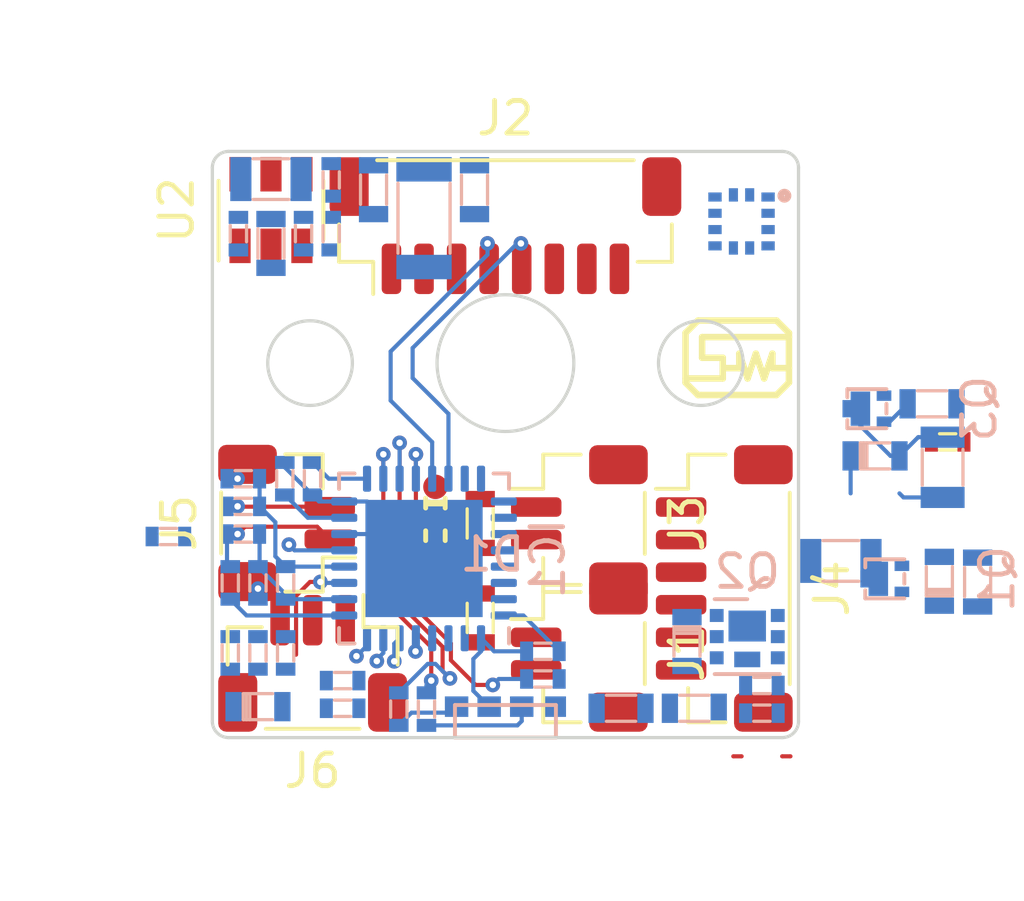
<source format=kicad_pcb>
(kicad_pcb (version 20171130) (host pcbnew 5.1.6)

  (general
    (thickness 1.6)
    (drawings 34)
    (tracks 134)
    (zones 0)
    (modules 58)
    (nets 53)
  )

  (page A4)
  (layers
    (0 F.Cu signal)
    (1 In1.Cu signal)
    (2 In2.Cu signal)
    (31 B.Cu signal)
    (32 B.Adhes user)
    (33 F.Adhes user)
    (34 B.Paste user)
    (35 F.Paste user)
    (36 B.SilkS user)
    (37 F.SilkS user)
    (38 B.Mask user)
    (39 F.Mask user)
    (40 Dwgs.User user)
    (41 Cmts.User user)
    (42 Eco1.User user)
    (43 Eco2.User user)
    (44 Edge.Cuts user)
    (45 Margin user)
    (46 B.CrtYd user)
    (47 F.CrtYd user)
    (48 B.Fab user)
    (49 F.Fab user)
  )

  (setup
    (last_trace_width 0.127)
    (user_trace_width 0.127)
    (user_trace_width 0.15)
    (user_trace_width 0.2)
    (user_trace_width 0.3)
    (user_trace_width 0.4)
    (user_trace_width 0.5)
    (user_trace_width 0.6)
    (user_trace_width 1)
    (user_trace_width 2)
    (user_trace_width 3)
    (user_trace_width 5)
    (trace_clearance 0.127)
    (zone_clearance 0.15)
    (zone_45_only no)
    (trace_min 0.09)
    (via_size 0.6)
    (via_drill 0.4)
    (via_min_size 0.45)
    (via_min_drill 0.2)
    (user_via 0.45 0.2)
    (user_via 0.6 0.3)
    (user_via 0.6 0.4)
    (uvia_size 0.3)
    (uvia_drill 0.1)
    (uvias_allowed no)
    (uvia_min_size 0.2)
    (uvia_min_drill 0.1)
    (edge_width 0.1)
    (segment_width 0.1)
    (pcb_text_width 0.3)
    (pcb_text_size 1.5 1.5)
    (mod_edge_width 0.15)
    (mod_text_size 1 1)
    (mod_text_width 0.15)
    (pad_size 5 5)
    (pad_drill 2.5)
    (pad_to_mask_clearance 0)
    (solder_mask_min_width 0.15)
    (aux_axis_origin 0 0)
    (visible_elements 7FFFFF7F)
    (pcbplotparams
      (layerselection 0x010f0_ffffffff)
      (usegerberextensions false)
      (usegerberattributes false)
      (usegerberadvancedattributes false)
      (creategerberjobfile false)
      (excludeedgelayer true)
      (linewidth 0.100000)
      (plotframeref false)
      (viasonmask false)
      (mode 1)
      (useauxorigin false)
      (hpglpennumber 1)
      (hpglpenspeed 20)
      (hpglpendiameter 15.000000)
      (psnegative false)
      (psa4output false)
      (plotreference true)
      (plotvalue true)
      (plotinvisibletext false)
      (padsonsilk false)
      (subtractmaskfromsilk false)
      (outputformat 1)
      (mirror false)
      (drillshape 0)
      (scaleselection 1)
      (outputdirectory "gerber/"))
  )

  (net 0 "")
  (net 1 +24V)
  (net 2 GND)
  (net 3 +3V3)
  (net 4 "Net-(D3-Pad2)")
  (net 5 "Net-(D4-Pad2)")
  (net 6 "Net-(AC1-Pad4)")
  (net 7 "Net-(AC1-Pad11)")
  (net 8 "Net-(IC1-Pad4)")
  (net 9 "Net-(J5-Pad2)")
  (net 10 "Net-(J5-Pad1)")
  (net 11 /bma456_int1)
  (net 12 /bma456_int2)
  (net 13 /bma456_cs)
  (net 14 /therm+)
  (net 15 /therm-)
  (net 16 "Net-(C13-Pad2)")
  (net 17 "Net-(C13-Pad1)")
  (net 18 "Net-(D2-Pad2)")
  (net 19 /buck2_switch)
  (net 20 /buck1_switch)
  (net 21 /heater_switch)
  (net 22 /swclk)
  (net 23 /swdio)
  (net 24 /usb_d+)
  (net 25 /usb_d-)
  (net 26 /rgb_b)
  (net 27 /rgb_g)
  (net 28 /rgb_r)
  (net 29 /therm_dac)
  (net 30 /heater_current+)
  (net 31 "Net-(C18-Pad2)")
  (net 32 "Net-(C19-Pad2)")
  (net 33 "Net-(NT1-Pad1)")
  (net 34 "Net-(R1-Pad2)")
  (net 35 "Net-(D1-Pad2)")
  (net 36 "Net-(D1-Pad4)")
  (net 37 "Net-(D1-Pad1)")
  (net 38 /probe)
  (net 39 "Net-(J6-Pad2)")
  (net 40 /v_sense)
  (net 41 "Net-(3a1-Pad1)")
  (net 42 "Net-(Q2-Pad3)")
  (net 43 /bma456_miso)
  (net 44 /bma456_mosi)
  (net 45 /bma456_sck)
  (net 46 /buck2_current)
  (net 47 "Net-(IC1-Pad11)")
  (net 48 /heater_current-)
  (net 49 "Net-(IC1-Pad7)")
  (net 50 /buck1_current)
  (net 51 "Net-(IC1-Pad3)")
  (net 52 "Net-(IC1-Pad2)")

  (net_class Default "This is the default net class."
    (clearance 0.127)
    (trace_width 0.127)
    (via_dia 0.6)
    (via_drill 0.4)
    (uvia_dia 0.3)
    (uvia_drill 0.1)
    (diff_pair_width 0.127)
    (diff_pair_gap 0.127)
    (add_net +24V)
    (add_net +3V3)
    (add_net /bma456_cs)
    (add_net /bma456_int1)
    (add_net /bma456_int2)
    (add_net /bma456_miso)
    (add_net /bma456_mosi)
    (add_net /bma456_sck)
    (add_net /buck1_current)
    (add_net /buck1_switch)
    (add_net /buck2_current)
    (add_net /buck2_switch)
    (add_net /heater_current+)
    (add_net /heater_current-)
    (add_net /heater_switch)
    (add_net /probe)
    (add_net /rgb_b)
    (add_net /rgb_g)
    (add_net /rgb_r)
    (add_net /swclk)
    (add_net /swdio)
    (add_net /therm+)
    (add_net /therm-)
    (add_net /therm_dac)
    (add_net /usb_d+)
    (add_net /usb_d-)
    (add_net /v_sense)
    (add_net GND)
    (add_net "Net-(3a1-Pad1)")
    (add_net "Net-(AC1-Pad11)")
    (add_net "Net-(AC1-Pad4)")
    (add_net "Net-(C13-Pad1)")
    (add_net "Net-(C13-Pad2)")
    (add_net "Net-(C18-Pad2)")
    (add_net "Net-(C19-Pad2)")
    (add_net "Net-(D1-Pad1)")
    (add_net "Net-(D1-Pad2)")
    (add_net "Net-(D1-Pad4)")
    (add_net "Net-(D2-Pad2)")
    (add_net "Net-(D3-Pad2)")
    (add_net "Net-(D4-Pad2)")
    (add_net "Net-(IC1-Pad11)")
    (add_net "Net-(IC1-Pad2)")
    (add_net "Net-(IC1-Pad3)")
    (add_net "Net-(IC1-Pad4)")
    (add_net "Net-(IC1-Pad7)")
    (add_net "Net-(J5-Pad1)")
    (add_net "Net-(J5-Pad2)")
    (add_net "Net-(J6-Pad2)")
    (add_net "Net-(NT1-Pad1)")
    (add_net "Net-(Q2-Pad3)")
    (add_net "Net-(R1-Pad2)")
  )

  (module _Generic:pads_3x1mm (layer F.Cu) (tedit 5F8BF067) (tstamp 5F8C8C81)
    (at 80.35 89.3 270)
    (path /5F9790E7)
    (fp_text reference J7 (at 0 0.2 90) (layer F.Fab) hide
      (effects (font (size 0.3 0.4) (thickness 0.075)))
    )
    (fp_text value Conn_01x03 (at 0 -0.2 90) (layer F.Fab) hide
      (effects (font (size 0.2 0.2) (thickness 0.05)))
    )
    (fp_poly (pts (xy -0.45 0.3) (xy -0.55 0.3) (xy -0.55 -0.3) (xy -0.45 -0.3)) (layer F.SilkS) (width 0.1))
    (fp_line (start 0.35 0.3) (end 0.65 0.3) (layer F.SilkS) (width 0.15))
    (fp_line (start 0.35 -0.3) (end 0.65 -0.3) (layer F.SilkS) (width 0.15))
    (fp_line (start -0.65 0.3) (end -0.35 0.3) (layer F.SilkS) (width 0.15))
    (fp_line (start -0.65 -0.3) (end -0.35 -0.3) (layer F.SilkS) (width 0.15))
    (pad 3 smd circle (at 1 0 270) (size 0.75 0.75) (layers F.Cu F.Paste F.Mask)
      (net 2 GND))
    (pad 1 smd circle (at -1 0 270) (size 0.75 0.75) (layers F.Cu F.Paste F.Mask)
      (net 23 /swdio))
    (pad 2 smd circle (at 0 0 270) (size 0.75 0.75) (layers F.Cu F.Paste F.Mask)
      (net 22 /swclk))
  )

  (module _Generic:0603_RES (layer B.Cu) (tedit 5B938F4D) (tstamp 5F8BFBDE)
    (at 95.6 85.75)
    (tags resistor)
    (path /5F984524)
    (attr smd)
    (fp_text reference R14 (at 1 0 270) (layer B.Fab)
      (effects (font (size 0.2 0.2) (thickness 0.04)) (justify mirror))
    )
    (fp_text value 2.2r (at 0 0) (layer B.Fab)
      (effects (font (size 0.3 0.3) (thickness 0.05)) (justify mirror))
    )
    (fp_line (start -0.8 -0.4) (end -0.8 0.4) (layer B.Fab) (width 0.1))
    (fp_line (start -0.8 0.4) (end 0.8 0.4) (layer B.Fab) (width 0.1))
    (fp_line (start 0.8 0.4) (end 0.8 -0.4) (layer B.Fab) (width 0.1))
    (fp_line (start 0.8 -0.4) (end -0.8 -0.4) (layer B.Fab) (width 0.1))
    (fp_line (start 0.8 -0.4) (end -0.8 -0.4) (layer B.CrtYd) (width 0.05))
    (fp_line (start 0.8 0.4) (end 0.8 -0.4) (layer B.CrtYd) (width 0.05))
    (fp_line (start -0.8 0.4) (end 0.8 0.4) (layer B.CrtYd) (width 0.05))
    (fp_line (start -0.8 -0.4) (end -0.8 0.4) (layer B.CrtYd) (width 0.05))
    (fp_line (start 0.45 -0.4) (end -0.45 -0.4) (layer B.SilkS) (width 0.1))
    (fp_line (start -0.45 0.4) (end 0.45 0.4) (layer B.SilkS) (width 0.1))
    (pad 2 smd rect (at 0.75 0) (size 0.5 0.9) (layers B.Cu B.Paste B.Mask)
      (net 2 GND))
    (pad 1 smd rect (at -0.75 0) (size 0.5 0.9) (layers B.Cu B.Paste B.Mask)
      (net 46 /buck2_current))
    (model ${KISYS3DMOD}/Resistor_SMD.3dshapes/R_0603_1608Metric.wrl
      (at (xyz 0 0 0))
      (scale (xyz 1 1 1))
      (rotate (xyz 0 0 0))
    )
  )

  (module _Generic:0603_RES (layer B.Cu) (tedit 5B938F4D) (tstamp 5F8BFBCE)
    (at 97 91.225 270)
    (tags resistor)
    (path /5F8F1562)
    (attr smd)
    (fp_text reference R13 (at 1 0 180) (layer B.Fab)
      (effects (font (size 0.2 0.2) (thickness 0.04)) (justify mirror))
    )
    (fp_text value 2.2r (at 0 0 90) (layer B.Fab)
      (effects (font (size 0.3 0.3) (thickness 0.05)) (justify mirror))
    )
    (fp_line (start -0.8 -0.4) (end -0.8 0.4) (layer B.Fab) (width 0.1))
    (fp_line (start -0.8 0.4) (end 0.8 0.4) (layer B.Fab) (width 0.1))
    (fp_line (start 0.8 0.4) (end 0.8 -0.4) (layer B.Fab) (width 0.1))
    (fp_line (start 0.8 -0.4) (end -0.8 -0.4) (layer B.Fab) (width 0.1))
    (fp_line (start 0.8 -0.4) (end -0.8 -0.4) (layer B.CrtYd) (width 0.05))
    (fp_line (start 0.8 0.4) (end 0.8 -0.4) (layer B.CrtYd) (width 0.05))
    (fp_line (start -0.8 0.4) (end 0.8 0.4) (layer B.CrtYd) (width 0.05))
    (fp_line (start -0.8 -0.4) (end -0.8 0.4) (layer B.CrtYd) (width 0.05))
    (fp_line (start 0.45 -0.4) (end -0.45 -0.4) (layer B.SilkS) (width 0.1))
    (fp_line (start -0.45 0.4) (end 0.45 0.4) (layer B.SilkS) (width 0.1))
    (pad 2 smd rect (at 0.75 0 270) (size 0.5 0.9) (layers B.Cu B.Paste B.Mask)
      (net 2 GND))
    (pad 1 smd rect (at -0.75 0 270) (size 0.5 0.9) (layers B.Cu B.Paste B.Mask)
      (net 50 /buck1_current))
    (model ${KISYS3DMOD}/Resistor_SMD.3dshapes/R_0603_1608Metric.wrl
      (at (xyz 0 0 0))
      (scale (xyz 1 1 1))
      (rotate (xyz 0 0 0))
    )
  )

  (module _Generic:nettie-1.27 (layer F.Cu) (tedit 5EE4E836) (tstamp 5F8BFA0B)
    (at 91.125 96.574999)
    (descr nettie)
    (tags "net tie")
    (path /5FF1E33A)
    (attr virtual)
    (fp_text reference NT2 (at 0 -0.125) (layer F.Fab) hide
      (effects (font (size 0.1 0.1) (thickness 0.01)))
    )
    (fp_text value Net-Tie_2 (at 0 0.125) (layer F.Fab) hide
      (effects (font (size 0.1 0.1) (thickness 0.01)))
    )
    (fp_poly (pts (xy -0.127 -0.0635) (xy 0.127 -0.0635) (xy 0.127 0.0635) (xy -0.127 0.0635)) (layer F.Cu) (width 0))
    (pad 2 smd circle (at 0.127 0) (size 0.127 0.127) (layers F.Cu)
      (net 48 /heater_current-))
    (pad 1 smd circle (at -0.127 0) (size 0.127 0.127) (layers F.Cu)
      (net 2 GND))
  )

  (module _Generic:nettie-1.27 (layer F.Cu) (tedit 5EE4E836) (tstamp 5F8BFA04)
    (at 89.625 96.574999)
    (descr nettie)
    (tags "net tie")
    (path /5FCD4276)
    (attr virtual)
    (fp_text reference NT1 (at 0 -0.125) (layer F.Fab) hide
      (effects (font (size 0.1 0.1) (thickness 0.01)))
    )
    (fp_text value Net-Tie_2 (at 0 0.125) (layer F.Fab) hide
      (effects (font (size 0.1 0.1) (thickness 0.01)))
    )
    (fp_poly (pts (xy -0.127 -0.0635) (xy 0.127 -0.0635) (xy 0.127 0.0635) (xy -0.127 0.0635)) (layer F.Cu) (width 0))
    (pad 2 smd circle (at 0.127 0) (size 0.127 0.127) (layers F.Cu)
      (net 30 /heater_current+))
    (pad 1 smd circle (at -0.127 0) (size 0.127 0.127) (layers F.Cu)
      (net 33 "Net-(NT1-Pad1)"))
  )

  (module _Generic:0805_IND (layer B.Cu) (tedit 5C31F313) (tstamp 5F8BF9DF)
    (at 95.925 87.7 270)
    (tags inductor)
    (path /5F8C3791)
    (attr smd)
    (fp_text reference L2 (at 1.2 0 180) (layer B.Fab)
      (effects (font (size 0.2 0.2) (thickness 0.04)) (justify mirror))
    )
    (fp_text value 22u (at 0 0 90) (layer B.Fab)
      (effects (font (size 0.3 0.3) (thickness 0.05)) (justify mirror))
    )
    (fp_line (start 1 -0.625) (end -1 -0.625) (layer B.Fab) (width 0.1))
    (fp_line (start -1 0.625) (end 1 0.625) (layer B.Fab) (width 0.1))
    (fp_line (start 1 -0.625) (end -1 -0.625) (layer B.CrtYd) (width 0.05))
    (fp_line (start 1 0.625) (end 1 -0.625) (layer B.CrtYd) (width 0.05))
    (fp_line (start -1 0.625) (end 1 0.625) (layer B.CrtYd) (width 0.05))
    (fp_line (start -1 -0.625) (end -1 0.625) (layer B.CrtYd) (width 0.05))
    (fp_line (start 0.55 -0.625) (end -0.55 -0.625) (layer B.SilkS) (width 0.1))
    (fp_line (start 1 0.625) (end 1 -0.625) (layer B.Fab) (width 0.1))
    (fp_line (start -0.55 0.625) (end 0.55 0.625) (layer B.SilkS) (width 0.1))
    (fp_line (start -1 -0.625) (end -1 0.625) (layer B.Fab) (width 0.1))
    (pad 2 smd rect (at 0.925 0 270) (size 0.65 1.35) (layers B.Cu B.Paste B.Mask)
      (net 32 "Net-(C19-Pad2)"))
    (pad 1 smd rect (at -0.925 0 270) (size 0.65 1.35) (layers B.Cu B.Paste B.Mask)
      (net 4 "Net-(D3-Pad2)"))
    (model ${KISYS3DMOD}/Inductor_SMD.3dshapes/L_0805_2012Metric.wrl
      (at (xyz 0 0 0))
      (scale (xyz 1 1 1))
      (rotate (xyz 0 0 0))
    )
  )

  (module _Generic:0805_IND (layer B.Cu) (tedit 5C31F313) (tstamp 5F8C6AC9)
    (at 92.8 90.575 180)
    (tags inductor)
    (path /5F8C27B7)
    (attr smd)
    (fp_text reference L1 (at 1.2 0 270) (layer B.Fab)
      (effects (font (size 0.2 0.2) (thickness 0.04)) (justify mirror))
    )
    (fp_text value 22u (at 0 0) (layer B.Fab)
      (effects (font (size 0.3 0.3) (thickness 0.05)) (justify mirror))
    )
    (fp_line (start 1 -0.625) (end -1 -0.625) (layer B.Fab) (width 0.1))
    (fp_line (start -1 0.625) (end 1 0.625) (layer B.Fab) (width 0.1))
    (fp_line (start 1 -0.625) (end -1 -0.625) (layer B.CrtYd) (width 0.05))
    (fp_line (start 1 0.625) (end 1 -0.625) (layer B.CrtYd) (width 0.05))
    (fp_line (start -1 0.625) (end 1 0.625) (layer B.CrtYd) (width 0.05))
    (fp_line (start -1 -0.625) (end -1 0.625) (layer B.CrtYd) (width 0.05))
    (fp_line (start 0.55 -0.625) (end -0.55 -0.625) (layer B.SilkS) (width 0.1))
    (fp_line (start 1 0.625) (end 1 -0.625) (layer B.Fab) (width 0.1))
    (fp_line (start -0.55 0.625) (end 0.55 0.625) (layer B.SilkS) (width 0.1))
    (fp_line (start -1 -0.625) (end -1 0.625) (layer B.Fab) (width 0.1))
    (pad 2 smd rect (at 0.925 0 180) (size 0.65 1.35) (layers B.Cu B.Paste B.Mask)
      (net 31 "Net-(C18-Pad2)"))
    (pad 1 smd rect (at -0.925 0 180) (size 0.65 1.35) (layers B.Cu B.Paste B.Mask)
      (net 18 "Net-(D2-Pad2)"))
    (model ${KISYS3DMOD}/Inductor_SMD.3dshapes/L_0805_2012Metric.wrl
      (at (xyz 0 0 0))
      (scale (xyz 1 1 1))
      (rotate (xyz 0 0 0))
    )
  )

  (module _Generic:0402_RES (layer B.Cu) (tedit 5EDBC4B0) (tstamp 5F7EE09F)
    (at 74.05 93.4 90)
    (tags resistor)
    (path /5F83501D)
    (attr smd)
    (fp_text reference R20 (at 0.65 0 180) (layer B.Fab)
      (effects (font (size 0.1 0.1) (thickness 0.02)) (justify mirror))
    )
    (fp_text value 100k (at 0 0 90) (layer B.Fab)
      (effects (font (size 0.2 0.2) (thickness 0.03)) (justify mirror))
    )
    (fp_line (start -0.25 0.25) (end 0.25 0.25) (layer B.SilkS) (width 0.1))
    (fp_line (start 0.25 -0.25) (end -0.25 -0.25) (layer B.SilkS) (width 0.1))
    (fp_line (start -0.5 -0.25) (end -0.5 0.25) (layer B.CrtYd) (width 0.05))
    (fp_line (start -0.5 0.25) (end 0.5 0.25) (layer B.CrtYd) (width 0.05))
    (fp_line (start 0.5 0.25) (end 0.5 -0.25) (layer B.CrtYd) (width 0.05))
    (fp_line (start 0.5 -0.25) (end -0.5 -0.25) (layer B.CrtYd) (width 0.05))
    (fp_line (start 0.5 -0.25) (end -0.5 -0.25) (layer B.Fab) (width 0.1))
    (fp_line (start 0.5 0.25) (end 0.5 -0.25) (layer B.Fab) (width 0.1))
    (fp_line (start -0.5 0.25) (end 0.5 0.25) (layer B.Fab) (width 0.1))
    (fp_line (start -0.5 -0.25) (end -0.5 0.25) (layer B.Fab) (width 0.1))
    (pad 2 smd rect (at 0.5 0 90) (size 0.4 0.6) (layers B.Cu B.Paste B.Mask)
      (net 39 "Net-(J6-Pad2)"))
    (pad 1 smd rect (at -0.5 0 90) (size 0.4 0.6) (layers B.Cu B.Paste B.Mask)
      (net 2 GND))
    (model ${KISYS3DMOD}/Resistor_SMD.3dshapes/R_0402_1005Metric.wrl
      (at (xyz 0 0 0))
      (scale (xyz 1 1 1))
      (rotate (xyz 0 0 0))
    )
  )

  (module _Generic:0402_CAP (layer B.Cu) (tedit 5EDBD121) (tstamp 5F7CF4C6)
    (at 75.75 91.25 270)
    (tags capacitor)
    (path /5F6E65A2)
    (attr smd)
    (fp_text reference C12 (at 0.65 0) (layer B.Fab)
      (effects (font (size 0.1 0.1) (thickness 0.02)) (justify mirror))
    )
    (fp_text value 10n (at 0 0 270) (layer B.Fab)
      (effects (font (size 0.2 0.2) (thickness 0.03)) (justify mirror))
    )
    (fp_line (start -0.25 0.25) (end 0.25 0.25) (layer B.SilkS) (width 0.1))
    (fp_line (start 0.25 -0.25) (end -0.25 -0.25) (layer B.SilkS) (width 0.1))
    (fp_line (start -0.5 -0.25) (end -0.5 0.25) (layer B.CrtYd) (width 0.05))
    (fp_line (start -0.5 0.25) (end 0.5 0.25) (layer B.CrtYd) (width 0.05))
    (fp_line (start 0.5 0.25) (end 0.5 -0.25) (layer B.CrtYd) (width 0.05))
    (fp_line (start 0.5 -0.25) (end -0.5 -0.25) (layer B.CrtYd) (width 0.05))
    (fp_line (start 0.5 -0.25) (end -0.5 -0.25) (layer B.Fab) (width 0.1))
    (fp_line (start 0.5 0.25) (end 0.5 -0.25) (layer B.Fab) (width 0.1))
    (fp_line (start -0.5 0.25) (end 0.5 0.25) (layer B.Fab) (width 0.1))
    (fp_line (start -0.5 -0.25) (end -0.5 0.25) (layer B.Fab) (width 0.1))
    (pad 2 smd rect (at 0.5 0 270) (size 0.4 0.6) (layers B.Cu B.Paste B.Mask)
      (net 15 /therm-))
    (pad 1 smd rect (at -0.5 0 270) (size 0.4 0.6) (layers B.Cu B.Paste B.Mask)
      (net 14 /therm+))
    (model ${KISYS3DMOD}/Capacitor_SMD.3dshapes/C_0402_1005Metric.wrl
      (at (xyz 0 0 0))
      (scale (xyz 1 1 1))
      (rotate (xyz 0 0 0))
    )
  )

  (module _Generic:0402_CAP (layer B.Cu) (tedit 5EDBD121) (tstamp 5F7D0144)
    (at 74.9 91.25 270)
    (tags capacitor)
    (path /5F70443B)
    (attr smd)
    (fp_text reference C14 (at 0.65 0 180) (layer B.Fab)
      (effects (font (size 0.1 0.1) (thickness 0.02)) (justify mirror))
    )
    (fp_text value 1n (at 0 0 90) (layer B.Fab)
      (effects (font (size 0.2 0.2) (thickness 0.03)) (justify mirror))
    )
    (fp_line (start -0.25 0.25) (end 0.25 0.25) (layer B.SilkS) (width 0.1))
    (fp_line (start 0.25 -0.25) (end -0.25 -0.25) (layer B.SilkS) (width 0.1))
    (fp_line (start -0.5 -0.25) (end -0.5 0.25) (layer B.CrtYd) (width 0.05))
    (fp_line (start -0.5 0.25) (end 0.5 0.25) (layer B.CrtYd) (width 0.05))
    (fp_line (start 0.5 0.25) (end 0.5 -0.25) (layer B.CrtYd) (width 0.05))
    (fp_line (start 0.5 -0.25) (end -0.5 -0.25) (layer B.CrtYd) (width 0.05))
    (fp_line (start 0.5 -0.25) (end -0.5 -0.25) (layer B.Fab) (width 0.1))
    (fp_line (start 0.5 0.25) (end 0.5 -0.25) (layer B.Fab) (width 0.1))
    (fp_line (start -0.5 0.25) (end 0.5 0.25) (layer B.Fab) (width 0.1))
    (fp_line (start -0.5 -0.25) (end -0.5 0.25) (layer B.Fab) (width 0.1))
    (pad 2 smd rect (at 0.5 0 270) (size 0.4 0.6) (layers B.Cu B.Paste B.Mask)
      (net 2 GND))
    (pad 1 smd rect (at -0.5 0 270) (size 0.4 0.6) (layers B.Cu B.Paste B.Mask)
      (net 15 /therm-))
    (model ${KISYS3DMOD}/Capacitor_SMD.3dshapes/C_0402_1005Metric.wrl
      (at (xyz 0 0 0))
      (scale (xyz 1 1 1))
      (rotate (xyz 0 0 0))
    )
  )

  (module _Generic:0402_CAP (layer B.Cu) (tedit 5EDBD121) (tstamp 5F738925)
    (at 74.45 88.05)
    (tags capacitor)
    (path /5F6E4106)
    (attr smd)
    (fp_text reference C11 (at 0.65 0 90) (layer B.Fab)
      (effects (font (size 0.1 0.1) (thickness 0.02)) (justify mirror))
    )
    (fp_text value 1n (at 0 0 180) (layer B.Fab)
      (effects (font (size 0.2 0.2) (thickness 0.03)) (justify mirror))
    )
    (fp_line (start -0.25 0.25) (end 0.25 0.25) (layer B.SilkS) (width 0.1))
    (fp_line (start 0.25 -0.25) (end -0.25 -0.25) (layer B.SilkS) (width 0.1))
    (fp_line (start -0.5 -0.25) (end -0.5 0.25) (layer B.CrtYd) (width 0.05))
    (fp_line (start -0.5 0.25) (end 0.5 0.25) (layer B.CrtYd) (width 0.05))
    (fp_line (start 0.5 0.25) (end 0.5 -0.25) (layer B.CrtYd) (width 0.05))
    (fp_line (start 0.5 -0.25) (end -0.5 -0.25) (layer B.CrtYd) (width 0.05))
    (fp_line (start 0.5 -0.25) (end -0.5 -0.25) (layer B.Fab) (width 0.1))
    (fp_line (start 0.5 0.25) (end 0.5 -0.25) (layer B.Fab) (width 0.1))
    (fp_line (start -0.5 0.25) (end 0.5 0.25) (layer B.Fab) (width 0.1))
    (fp_line (start -0.5 -0.25) (end -0.5 0.25) (layer B.Fab) (width 0.1))
    (pad 2 smd rect (at 0.5 0) (size 0.4 0.6) (layers B.Cu B.Paste B.Mask)
      (net 14 /therm+))
    (pad 1 smd rect (at -0.5 0) (size 0.4 0.6) (layers B.Cu B.Paste B.Mask)
      (net 2 GND))
    (model ${KISYS3DMOD}/Capacitor_SMD.3dshapes/C_0402_1005Metric.wrl
      (at (xyz 0 0 0))
      (scale (xyz 1 1 1))
      (rotate (xyz 0 0 0))
    )
  )

  (module _Generic:0402_RES (layer B.Cu) (tedit 5EDBC4B0) (tstamp 5F738C4F)
    (at 74.45 88.9)
    (tags resistor)
    (path /5F7048C1)
    (attr smd)
    (fp_text reference R2 (at 0.65 0 270) (layer B.Fab)
      (effects (font (size 0.1 0.1) (thickness 0.02)) (justify mirror))
    )
    (fp_text value 10k (at 0 0) (layer B.Fab)
      (effects (font (size 0.2 0.2) (thickness 0.03)) (justify mirror))
    )
    (fp_line (start -0.25 0.25) (end 0.25 0.25) (layer B.SilkS) (width 0.1))
    (fp_line (start 0.25 -0.25) (end -0.25 -0.25) (layer B.SilkS) (width 0.1))
    (fp_line (start -0.5 -0.25) (end -0.5 0.25) (layer B.CrtYd) (width 0.05))
    (fp_line (start -0.5 0.25) (end 0.5 0.25) (layer B.CrtYd) (width 0.05))
    (fp_line (start 0.5 0.25) (end 0.5 -0.25) (layer B.CrtYd) (width 0.05))
    (fp_line (start 0.5 -0.25) (end -0.5 -0.25) (layer B.CrtYd) (width 0.05))
    (fp_line (start 0.5 -0.25) (end -0.5 -0.25) (layer B.Fab) (width 0.1))
    (fp_line (start 0.5 0.25) (end 0.5 -0.25) (layer B.Fab) (width 0.1))
    (fp_line (start -0.5 0.25) (end 0.5 0.25) (layer B.Fab) (width 0.1))
    (fp_line (start -0.5 -0.25) (end -0.5 0.25) (layer B.Fab) (width 0.1))
    (pad 2 smd rect (at 0.5 0) (size 0.4 0.6) (layers B.Cu B.Paste B.Mask)
      (net 14 /therm+))
    (pad 1 smd rect (at -0.5 0) (size 0.4 0.6) (layers B.Cu B.Paste B.Mask)
      (net 9 "Net-(J5-Pad2)"))
    (model ${KISYS3DMOD}/Resistor_SMD.3dshapes/R_0402_1005Metric.wrl
      (at (xyz 0 0 0))
      (scale (xyz 1 1 1))
      (rotate (xyz 0 0 0))
    )
  )

  (module _Generic:U-DFN1212-3 (layer B.Cu) (tedit 5F7A2D29) (tstamp 5F8C9D5E)
    (at 93.6 85.9 270)
    (path /5F7C3972)
    (fp_text reference Q3 (at 0 -3.45 90) (layer B.SilkS)
      (effects (font (size 1 1) (thickness 0.15)) (justify mirror))
    )
    (fp_text value DMN62D1LFD (at 0 4.3 90) (layer B.Fab)
      (effects (font (size 1 1) (thickness 0.15)) (justify mirror))
    )
    (fp_line (start -0.35 0.6) (end -0.6 0.6) (layer B.SilkS) (width 0.12))
    (fp_line (start 0.35 0.6) (end 0.6 0.6) (layer B.SilkS) (width 0.12))
    (fp_line (start 0.6 -0.6) (end 0.6 0.6) (layer B.SilkS) (width 0.12))
    (fp_line (start -0.15 -0.6) (end 0.15 -0.6) (layer B.SilkS) (width 0.12))
    (fp_line (start -0.6 0.6) (end -0.6 -0.6) (layer B.SilkS) (width 0.12))
    (pad 3 smd custom (at 0 0.2 270) (size 1.05 0.6) (layers B.Cu B.Paste B.Mask)
      (net 4 "Net-(D3-Pad2)") (zone_connect 0)
      (options (clearance outline) (anchor rect))
      (primitives
        (gr_poly (pts
           (xy -0.525 -0.3) (xy 0.525 -0.3) (xy 0.525 0.3) (xy 0.265 0.3) (xy 0.265 0.55)
           (xy -0.265 0.55) (xy -0.265 0.3) (xy -0.525 0.3)) (width 0))
      ))
    (pad 2 smd rect (at 0.4 -0.525 270) (size 0.32 0.45) (layers B.Cu B.Paste B.Mask)
      (net 46 /buck2_current))
    (pad 1 smd rect (at -0.4 -0.525 270) (size 0.32 0.45) (layers B.Cu B.Paste B.Mask)
      (net 19 /buck2_switch))
    (model ${KISYS3DMOD}/Package_DFN_QFN.3dshapes/DFN-6-1EP_1.2x1.2mm_P0.4mm_EP0.3x0.94mm.wrl
      (at (xyz 0 0 0))
      (scale (xyz 1 1 1))
      (rotate (xyz 0 0 -90))
    )
  )

  (module _Generic:U-DFN1212-3 (layer B.Cu) (tedit 5F7A2D29) (tstamp 5F738BDB)
    (at 94.15 91.125 270)
    (path /5F95CFA2)
    (fp_text reference Q1 (at 0 -3.45 90) (layer B.SilkS)
      (effects (font (size 1 1) (thickness 0.15)) (justify mirror))
    )
    (fp_text value DMN62D1LFD (at 0 4.3 90) (layer B.Fab)
      (effects (font (size 1 1) (thickness 0.15)) (justify mirror))
    )
    (fp_line (start -0.35 0.6) (end -0.6 0.6) (layer B.SilkS) (width 0.12))
    (fp_line (start 0.35 0.6) (end 0.6 0.6) (layer B.SilkS) (width 0.12))
    (fp_line (start 0.6 -0.6) (end 0.6 0.6) (layer B.SilkS) (width 0.12))
    (fp_line (start -0.15 -0.6) (end 0.15 -0.6) (layer B.SilkS) (width 0.12))
    (fp_line (start -0.6 0.6) (end -0.6 -0.6) (layer B.SilkS) (width 0.12))
    (pad 3 smd custom (at 0 0.2 270) (size 1.05 0.6) (layers B.Cu B.Paste B.Mask)
      (net 18 "Net-(D2-Pad2)") (zone_connect 0)
      (options (clearance outline) (anchor rect))
      (primitives
        (gr_poly (pts
           (xy -0.525 -0.3) (xy 0.525 -0.3) (xy 0.525 0.3) (xy 0.265 0.3) (xy 0.265 0.55)
           (xy -0.265 0.55) (xy -0.265 0.3) (xy -0.525 0.3)) (width 0))
      ))
    (pad 2 smd rect (at 0.4 -0.525 270) (size 0.32 0.45) (layers B.Cu B.Paste B.Mask)
      (net 50 /buck1_current))
    (pad 1 smd rect (at -0.4 -0.525 270) (size 0.32 0.45) (layers B.Cu B.Paste B.Mask)
      (net 20 /buck1_switch))
    (model ${KISYS3DMOD}/Package_DFN_QFN.3dshapes/DFN-6-1EP_1.2x1.2mm_P0.4mm_EP0.3x0.94mm.wrl
      (at (xyz 0 0 0))
      (scale (xyz 1 1 1))
      (rotate (xyz 0 0 -90))
    )
  )

  (module _Generic:GM-C3004-RGBAB locked (layer B.Cu) (tedit 5F79ECC8) (tstamp 5F7A5D49)
    (at 82.5 95.5)
    (path /5FAF3E4B)
    (fp_text reference D1 (at -0.4 -5.125) (layer B.SilkS)
      (effects (font (size 1 1) (thickness 0.15)) (justify mirror))
    )
    (fp_text value GM-C3004-RGBAB (at 0.075 3.525) (layer B.Fab)
      (effects (font (size 1 1) (thickness 0.15)) (justify mirror))
    )
    (fp_line (start -1.55 0.5) (end 1.55 0.5) (layer B.SilkS) (width 0.12))
    (fp_line (start 1.55 0.5) (end 1.55 -0.5) (layer B.SilkS) (width 0.12))
    (fp_line (start 1.55 -0.5) (end -1.55 -0.5) (layer B.SilkS) (width 0.12))
    (fp_line (start -1.55 -0.5) (end -1.55 0.5) (layer B.SilkS) (width 0.12))
    (pad 1 smd rect (at 1.5 -0.45) (size 0.72 0.63) (layers B.Cu B.Paste B.Mask)
      (net 37 "Net-(D1-Pad1)"))
    (pad 2 smd rect (at 0.5 -0.45) (size 0.72 0.63) (layers B.Cu B.Paste B.Mask)
      (net 35 "Net-(D1-Pad2)"))
    (pad 3 smd rect (at -0.5 -0.45) (size 0.72 0.63) (layers B.Cu B.Paste B.Mask)
      (net 3 +3V3))
    (pad 4 smd rect (at -1.5 -0.45) (size 0.72 0.63) (layers B.Cu B.Paste B.Mask)
      (net 36 "Net-(D1-Pad4)"))
  )

  (module Package_DFN_QFN:Diodes_UDFN2020-6_Type-F (layer B.Cu) (tedit 5F0E175D) (tstamp 5F7A3403)
    (at 89.925 92.9 180)
    (descr "U-DFN2020-6 (Type F) (https://www.diodes.com/assets/Package-Files/U-DFN2020-6-Type-F.pdf) ")
    (tags "U-DFN2020-6 (Type F)")
    (path /5F7E7640)
    (attr smd)
    (fp_text reference Q2 (at 0 2 180) (layer B.SilkS)
      (effects (font (size 1 1) (thickness 0.15)) (justify mirror))
    )
    (fp_text value PMPB14XN (at 0 -2 180) (layer B.Fab)
      (effects (font (size 1 1) (thickness 0.15)) (justify mirror))
    )
    (fp_line (start -0.5 1) (end -1 0.5) (layer B.Fab) (width 0.1))
    (fp_line (start -1 -1) (end -1 0.5) (layer B.Fab) (width 0.1))
    (fp_line (start 1 -1) (end -1 -1) (layer B.Fab) (width 0.1))
    (fp_line (start 1 1) (end 1 -1) (layer B.Fab) (width 0.1))
    (fp_line (start -0.5 1) (end 1 1) (layer B.Fab) (width 0.1))
    (fp_line (start 1 1.15) (end 0 1.15) (layer B.SilkS) (width 0.12))
    (fp_line (start 1 -1.15) (end -1 -1.15) (layer B.SilkS) (width 0.12))
    (fp_line (start 1.4 -1.25) (end 1.4 1.25) (layer B.CrtYd) (width 0.05))
    (fp_line (start -1.4 -1.25) (end 1.4 -1.25) (layer B.CrtYd) (width 0.05))
    (fp_line (start -1.4 1.25) (end -1.4 -1.25) (layer B.CrtYd) (width 0.05))
    (fp_line (start 1.4 1.25) (end -1.4 1.25) (layer B.CrtYd) (width 0.05))
    (fp_text user %R (at 0 -0.1 180) (layer B.Fab)
      (effects (font (size 0.3 0.3) (thickness 0.05)) (justify mirror))
    )
    (pad 8 smd rect (at 0 -0.7 180) (size 0.8 0.48) (layers B.Cu B.Paste B.Mask)
      (net 33 "Net-(NT1-Pad1)"))
    (pad 7 smd rect (at 0 0.325 180) (size 1.15 0.95) (layers B.Cu B.Paste B.Mask)
      (net 5 "Net-(D4-Pad2)"))
    (pad 6 smd rect (at 0.9375 0.65 180) (size 0.425 0.4) (layers B.Cu B.Paste B.Mask)
      (net 5 "Net-(D4-Pad2)"))
    (pad 5 smd rect (at 0.9375 0 180) (size 0.425 0.4) (layers B.Cu B.Paste B.Mask)
      (net 5 "Net-(D4-Pad2)"))
    (pad 4 smd rect (at 0.9375 -0.65 180) (size 0.425 0.4) (layers B.Cu B.Paste B.Mask)
      (net 33 "Net-(NT1-Pad1)"))
    (pad 3 smd rect (at -0.9375 -0.65 180) (size 0.425 0.4) (layers B.Cu B.Paste B.Mask)
      (net 42 "Net-(Q2-Pad3)"))
    (pad 2 smd rect (at -0.9375 0 180) (size 0.425 0.4) (layers B.Cu B.Paste B.Mask)
      (net 5 "Net-(D4-Pad2)"))
    (pad 1 smd rect (at -0.9375 0.65 180) (size 0.425 0.4) (layers B.Cu B.Paste B.Mask)
      (net 5 "Net-(D4-Pad2)"))
    (model ${KISYS3DMOD}/Package_DFN_QFN.3dshapes/Diodes_UDFN2020-6_Type-F.wrl
      (at (xyz 0 0 0))
      (scale (xyz 1 1 1))
      (rotate (xyz 0 0 0))
    )
  )

  (module _Generic:1206_RES (layer B.Cu) (tedit 5EE51748) (tstamp 5F78FCCB)
    (at 80 80.05 90)
    (descr "Resistor SMD 1206 (3216 Metric), square (rectangular) end terminal, IPC_7351 nominal, (Body size source: http://www.tortai-tech.com/upload/download/2011102023233369053.pdf), generated with kicad-footprint-generator")
    (tags resistor)
    (path /5E8A5C56)
    (attr smd)
    (fp_text reference 3a1 (at 0 -0.5715 90) (layer B.Fab)
      (effects (font (size 0.2 0.2) (thickness 0.04)) (justify mirror))
    )
    (fp_text value Fuse (at 0 0 270) (layer B.Fab)
      (effects (font (size 0.4 0.4) (thickness 0.05)) (justify mirror))
    )
    (fp_line (start -1.6 0.8) (end 1.6 0.8) (layer B.Fab) (width 0.1))
    (fp_line (start 1.6 -0.8) (end -1.6 -0.8) (layer B.Fab) (width 0.1))
    (fp_line (start 1.6 -0.8) (end -1.6 -0.8) (layer B.CrtYd) (width 0.05))
    (fp_line (start 1.6 0.8) (end 1.6 -0.8) (layer B.CrtYd) (width 0.05))
    (fp_line (start -1.6 0.8) (end 1.6 0.8) (layer B.CrtYd) (width 0.05))
    (fp_line (start -1.6 -0.8) (end -1.6 0.8) (layer B.CrtYd) (width 0.05))
    (fp_line (start 1.075 -0.8) (end -1.075 -0.8) (layer B.SilkS) (width 0.1))
    (fp_line (start 1.6 0.8) (end 1.6 -0.8) (layer B.Fab) (width 0.1))
    (fp_line (start -1.075 0.8) (end 1.075 0.8) (layer B.SilkS) (width 0.1))
    (fp_line (start -1.6 -0.8) (end -1.6 0.8) (layer B.Fab) (width 0.1))
    (pad 2 smd rect (at 1.5 0 90) (size 0.75 1.7) (layers B.Cu B.Paste B.Mask)
      (net 1 +24V))
    (pad 1 smd rect (at -1.5 0 90) (size 0.75 1.7) (layers B.Cu B.Paste B.Mask)
      (net 41 "Net-(3a1-Pad1)"))
    (model ${KISYS3DMOD}/Resistor_SMD.3dshapes/R_1206_3216Metric.wrl
      (at (xyz 0 0 0))
      (scale (xyz 1 1 1))
      (rotate (xyz 0 0 0))
    )
  )

  (module _Generic:0805_IND (layer B.Cu) (tedit 5C31F313) (tstamp 5F78F078)
    (at 75.3 78.85)
    (tags inductor)
    (path /5FA60C98)
    (attr smd)
    (fp_text reference L3 (at 1.2 0 90) (layer B.Fab)
      (effects (font (size 0.2 0.2) (thickness 0.04)) (justify mirror))
    )
    (fp_text value 22u (at 0 0 180) (layer B.Fab)
      (effects (font (size 0.3 0.3) (thickness 0.05)) (justify mirror))
    )
    (fp_line (start 1 -0.625) (end -1 -0.625) (layer B.Fab) (width 0.1))
    (fp_line (start -1 0.625) (end 1 0.625) (layer B.Fab) (width 0.1))
    (fp_line (start 1 -0.625) (end -1 -0.625) (layer B.CrtYd) (width 0.05))
    (fp_line (start 1 0.625) (end 1 -0.625) (layer B.CrtYd) (width 0.05))
    (fp_line (start -1 0.625) (end 1 0.625) (layer B.CrtYd) (width 0.05))
    (fp_line (start -1 -0.625) (end -1 0.625) (layer B.CrtYd) (width 0.05))
    (fp_line (start 0.55 -0.625) (end -0.55 -0.625) (layer B.SilkS) (width 0.1))
    (fp_line (start 1 0.625) (end 1 -0.625) (layer B.Fab) (width 0.1))
    (fp_line (start -0.55 0.625) (end 0.55 0.625) (layer B.SilkS) (width 0.1))
    (fp_line (start -1 -0.625) (end -1 0.625) (layer B.Fab) (width 0.1))
    (pad 2 smd rect (at 0.925 0) (size 0.65 1.35) (layers B.Cu B.Paste B.Mask)
      (net 3 +3V3))
    (pad 1 smd rect (at -0.925 0) (size 0.65 1.35) (layers B.Cu B.Paste B.Mask)
      (net 16 "Net-(C13-Pad2)"))
    (model ${KISYS3DMOD}/Inductor_SMD.3dshapes/L_0805_2012Metric.wrl
      (at (xyz 0 0 0))
      (scale (xyz 1 1 1))
      (rotate (xyz 0 0 0))
    )
  )

  (module _Generic:0402_CAP (layer B.Cu) (tedit 5EDBD121) (tstamp 5F78ECB2)
    (at 77.15 78.875 270)
    (tags capacitor)
    (path /60366D49)
    (attr smd)
    (fp_text reference C16 (at 0.65 0 180) (layer B.Fab)
      (effects (font (size 0.1 0.1) (thickness 0.02)) (justify mirror))
    )
    (fp_text value 10u (at 0 0 90) (layer B.Fab)
      (effects (font (size 0.2 0.2) (thickness 0.03)) (justify mirror))
    )
    (fp_line (start -0.5 -0.25) (end -0.5 0.25) (layer B.Fab) (width 0.1))
    (fp_line (start -0.5 0.25) (end 0.5 0.25) (layer B.Fab) (width 0.1))
    (fp_line (start 0.5 0.25) (end 0.5 -0.25) (layer B.Fab) (width 0.1))
    (fp_line (start 0.5 -0.25) (end -0.5 -0.25) (layer B.Fab) (width 0.1))
    (fp_line (start 0.5 -0.25) (end -0.5 -0.25) (layer B.CrtYd) (width 0.05))
    (fp_line (start 0.5 0.25) (end 0.5 -0.25) (layer B.CrtYd) (width 0.05))
    (fp_line (start -0.5 0.25) (end 0.5 0.25) (layer B.CrtYd) (width 0.05))
    (fp_line (start -0.5 -0.25) (end -0.5 0.25) (layer B.CrtYd) (width 0.05))
    (fp_line (start 0.25 -0.25) (end -0.25 -0.25) (layer B.SilkS) (width 0.1))
    (fp_line (start -0.25 0.25) (end 0.25 0.25) (layer B.SilkS) (width 0.1))
    (pad 2 smd rect (at 0.5 0 270) (size 0.4 0.6) (layers B.Cu B.Paste B.Mask)
      (net 2 GND))
    (pad 1 smd rect (at -0.5 0 270) (size 0.4 0.6) (layers B.Cu B.Paste B.Mask)
      (net 3 +3V3))
    (model ${KISYS3DMOD}/Capacitor_SMD.3dshapes/C_0402_1005Metric.wrl
      (at (xyz 0 0 0))
      (scale (xyz 1 1 1))
      (rotate (xyz 0 0 0))
    )
  )

  (module _Generic:0402_RES (layer B.Cu) (tedit 5EDBC4B0) (tstamp 5F78B5A8)
    (at 74.9 93.4 90)
    (tags resistor)
    (path /5F90DBA7)
    (attr smd)
    (fp_text reference R19 (at 0.65 0) (layer B.Fab)
      (effects (font (size 0.1 0.1) (thickness 0.02)) (justify mirror))
    )
    (fp_text value 100k (at 0 0 270) (layer B.Fab)
      (effects (font (size 0.2 0.2) (thickness 0.03)) (justify mirror))
    )
    (fp_line (start -0.5 -0.25) (end -0.5 0.25) (layer B.Fab) (width 0.1))
    (fp_line (start -0.5 0.25) (end 0.5 0.25) (layer B.Fab) (width 0.1))
    (fp_line (start 0.5 0.25) (end 0.5 -0.25) (layer B.Fab) (width 0.1))
    (fp_line (start 0.5 -0.25) (end -0.5 -0.25) (layer B.Fab) (width 0.1))
    (fp_line (start 0.5 -0.25) (end -0.5 -0.25) (layer B.CrtYd) (width 0.05))
    (fp_line (start 0.5 0.25) (end 0.5 -0.25) (layer B.CrtYd) (width 0.05))
    (fp_line (start -0.5 0.25) (end 0.5 0.25) (layer B.CrtYd) (width 0.05))
    (fp_line (start -0.5 -0.25) (end -0.5 0.25) (layer B.CrtYd) (width 0.05))
    (fp_line (start 0.25 -0.25) (end -0.25 -0.25) (layer B.SilkS) (width 0.1))
    (fp_line (start -0.25 0.25) (end 0.25 0.25) (layer B.SilkS) (width 0.1))
    (pad 2 smd rect (at 0.5 0 90) (size 0.4 0.6) (layers B.Cu B.Paste B.Mask)
      (net 39 "Net-(J6-Pad2)"))
    (pad 1 smd rect (at -0.5 0 90) (size 0.4 0.6) (layers B.Cu B.Paste B.Mask)
      (net 3 +3V3))
    (model ${KISYS3DMOD}/Resistor_SMD.3dshapes/R_0402_1005Metric.wrl
      (at (xyz 0 0 0))
      (scale (xyz 1 1 1))
      (rotate (xyz 0 0 0))
    )
  )

  (module _Generic:0402_RES (layer B.Cu) (tedit 5EDBC4B0) (tstamp 5F78B57A)
    (at 75.75 93.4 270)
    (tags resistor)
    (path /5F8F9686)
    (attr smd)
    (fp_text reference R17 (at 0.65 0 180) (layer B.Fab)
      (effects (font (size 0.1 0.1) (thickness 0.02)) (justify mirror))
    )
    (fp_text value 100k (at 0 0 90) (layer B.Fab)
      (effects (font (size 0.2 0.2) (thickness 0.03)) (justify mirror))
    )
    (fp_line (start -0.5 -0.25) (end -0.5 0.25) (layer B.Fab) (width 0.1))
    (fp_line (start -0.5 0.25) (end 0.5 0.25) (layer B.Fab) (width 0.1))
    (fp_line (start 0.5 0.25) (end 0.5 -0.25) (layer B.Fab) (width 0.1))
    (fp_line (start 0.5 -0.25) (end -0.5 -0.25) (layer B.Fab) (width 0.1))
    (fp_line (start 0.5 -0.25) (end -0.5 -0.25) (layer B.CrtYd) (width 0.05))
    (fp_line (start 0.5 0.25) (end 0.5 -0.25) (layer B.CrtYd) (width 0.05))
    (fp_line (start -0.5 0.25) (end 0.5 0.25) (layer B.CrtYd) (width 0.05))
    (fp_line (start -0.5 -0.25) (end -0.5 0.25) (layer B.CrtYd) (width 0.05))
    (fp_line (start 0.25 -0.25) (end -0.25 -0.25) (layer B.SilkS) (width 0.1))
    (fp_line (start -0.25 0.25) (end 0.25 0.25) (layer B.SilkS) (width 0.1))
    (pad 2 smd rect (at 0.5 0 270) (size 0.4 0.6) (layers B.Cu B.Paste B.Mask)
      (net 38 /probe))
    (pad 1 smd rect (at -0.5 0 270) (size 0.4 0.6) (layers B.Cu B.Paste B.Mask)
      (net 39 "Net-(J6-Pad2)"))
    (model ${KISYS3DMOD}/Resistor_SMD.3dshapes/R_0402_1005Metric.wrl
      (at (xyz 0 0 0))
      (scale (xyz 1 1 1))
      (rotate (xyz 0 0 0))
    )
  )

  (module _Generic:0402_RES (layer B.Cu) (tedit 5EDBC4B0) (tstamp 5F78B498)
    (at 77.5 95.1 180)
    (tags resistor)
    (path /5F979C1C)
    (attr smd)
    (fp_text reference R9 (at 0.65 0 90) (layer B.Fab)
      (effects (font (size 0.1 0.1) (thickness 0.02)) (justify mirror))
    )
    (fp_text value 4.7k (at 0 0 180) (layer B.Fab)
      (effects (font (size 0.2 0.2) (thickness 0.03)) (justify mirror))
    )
    (fp_line (start -0.5 -0.25) (end -0.5 0.25) (layer B.Fab) (width 0.1))
    (fp_line (start -0.5 0.25) (end 0.5 0.25) (layer B.Fab) (width 0.1))
    (fp_line (start 0.5 0.25) (end 0.5 -0.25) (layer B.Fab) (width 0.1))
    (fp_line (start 0.5 -0.25) (end -0.5 -0.25) (layer B.Fab) (width 0.1))
    (fp_line (start 0.5 -0.25) (end -0.5 -0.25) (layer B.CrtYd) (width 0.05))
    (fp_line (start 0.5 0.25) (end 0.5 -0.25) (layer B.CrtYd) (width 0.05))
    (fp_line (start -0.5 0.25) (end 0.5 0.25) (layer B.CrtYd) (width 0.05))
    (fp_line (start -0.5 -0.25) (end -0.5 0.25) (layer B.CrtYd) (width 0.05))
    (fp_line (start 0.25 -0.25) (end -0.25 -0.25) (layer B.SilkS) (width 0.1))
    (fp_line (start -0.25 0.25) (end 0.25 0.25) (layer B.SilkS) (width 0.1))
    (pad 2 smd rect (at 0.5 0 180) (size 0.4 0.6) (layers B.Cu B.Paste B.Mask)
      (net 2 GND))
    (pad 1 smd rect (at -0.5 0 180) (size 0.4 0.6) (layers B.Cu B.Paste B.Mask)
      (net 40 /v_sense))
    (model ${KISYS3DMOD}/Resistor_SMD.3dshapes/R_0402_1005Metric.wrl
      (at (xyz 0 0 0))
      (scale (xyz 1 1 1))
      (rotate (xyz 0 0 0))
    )
  )

  (module _Generic:0402_RES (layer B.Cu) (tedit 5EDBC4B0) (tstamp 5F78B46A)
    (at 77.5 94.25)
    (tags resistor)
    (path /5F97731E)
    (attr smd)
    (fp_text reference R7 (at 0.65 0 -270) (layer B.Fab)
      (effects (font (size 0.1 0.1) (thickness 0.02)) (justify mirror))
    )
    (fp_text value 100k (at 0 0 180) (layer B.Fab)
      (effects (font (size 0.2 0.2) (thickness 0.03)) (justify mirror))
    )
    (fp_line (start -0.5 -0.25) (end -0.5 0.25) (layer B.Fab) (width 0.1))
    (fp_line (start -0.5 0.25) (end 0.5 0.25) (layer B.Fab) (width 0.1))
    (fp_line (start 0.5 0.25) (end 0.5 -0.25) (layer B.Fab) (width 0.1))
    (fp_line (start 0.5 -0.25) (end -0.5 -0.25) (layer B.Fab) (width 0.1))
    (fp_line (start 0.5 -0.25) (end -0.5 -0.25) (layer B.CrtYd) (width 0.05))
    (fp_line (start 0.5 0.25) (end 0.5 -0.25) (layer B.CrtYd) (width 0.05))
    (fp_line (start -0.5 0.25) (end 0.5 0.25) (layer B.CrtYd) (width 0.05))
    (fp_line (start -0.5 -0.25) (end -0.5 0.25) (layer B.CrtYd) (width 0.05))
    (fp_line (start 0.25 -0.25) (end -0.25 -0.25) (layer B.SilkS) (width 0.1))
    (fp_line (start -0.25 0.25) (end 0.25 0.25) (layer B.SilkS) (width 0.1))
    (pad 2 smd rect (at 0.5 0) (size 0.4 0.6) (layers B.Cu B.Paste B.Mask)
      (net 40 /v_sense))
    (pad 1 smd rect (at -0.5 0) (size 0.4 0.6) (layers B.Cu B.Paste B.Mask)
      (net 1 +24V))
    (model ${KISYS3DMOD}/Resistor_SMD.3dshapes/R_0402_1005Metric.wrl
      (at (xyz 0 0 0))
      (scale (xyz 1 1 1))
      (rotate (xyz 0 0 0))
    )
  )

  (module Connector_JST:JST_SH_BM03B-SRSS-TB_1x03-1MP_P1.00mm_Vertical locked (layer F.Cu) (tedit 5B78AD87) (tstamp 5F78B2D2)
    (at 76.58 93.72 180)
    (descr "JST SH series connector, BM03B-SRSS-TB (http://www.jst-mfg.com/product/pdf/eng/eSH.pdf), generated with kicad-footprint-generator")
    (tags "connector JST SH side entry")
    (path /5F7F8B28)
    (attr smd)
    (fp_text reference J6 (at 0 -3.3) (layer F.SilkS)
      (effects (font (size 1 1) (thickness 0.15)))
    )
    (fp_text value Conn_01x03_MountingPin (at 0 3.3) (layer F.Fab)
      (effects (font (size 1 1) (thickness 0.15)))
    )
    (fp_line (start -1 0.292893) (end -0.5 1) (layer F.Fab) (width 0.1))
    (fp_line (start -1.5 1) (end -1 0.292893) (layer F.Fab) (width 0.1))
    (fp_line (start 3.4 -2.6) (end -3.4 -2.6) (layer F.CrtYd) (width 0.05))
    (fp_line (start 3.4 2.6) (end 3.4 -2.6) (layer F.CrtYd) (width 0.05))
    (fp_line (start -3.4 2.6) (end 3.4 2.6) (layer F.CrtYd) (width 0.05))
    (fp_line (start -3.4 -2.6) (end -3.4 2.6) (layer F.CrtYd) (width 0.05))
    (fp_line (start 1.15 -1.55) (end 0.85 -1.55) (layer F.Fab) (width 0.1))
    (fp_line (start 1.15 -0.95) (end 1.15 -1.55) (layer F.Fab) (width 0.1))
    (fp_line (start 0.85 -0.95) (end 1.15 -0.95) (layer F.Fab) (width 0.1))
    (fp_line (start 0.85 -1.55) (end 0.85 -0.95) (layer F.Fab) (width 0.1))
    (fp_line (start 0.15 -1.55) (end -0.15 -1.55) (layer F.Fab) (width 0.1))
    (fp_line (start 0.15 -0.95) (end 0.15 -1.55) (layer F.Fab) (width 0.1))
    (fp_line (start -0.15 -0.95) (end 0.15 -0.95) (layer F.Fab) (width 0.1))
    (fp_line (start -0.15 -1.55) (end -0.15 -0.95) (layer F.Fab) (width 0.1))
    (fp_line (start -0.85 -1.55) (end -1.15 -1.55) (layer F.Fab) (width 0.1))
    (fp_line (start -0.85 -0.95) (end -0.85 -1.55) (layer F.Fab) (width 0.1))
    (fp_line (start -1.15 -0.95) (end -0.85 -0.95) (layer F.Fab) (width 0.1))
    (fp_line (start -1.15 -1.55) (end -1.15 -0.95) (layer F.Fab) (width 0.1))
    (fp_line (start 2.5 1) (end 2.5 -1.9) (layer F.Fab) (width 0.1))
    (fp_line (start -2.5 1) (end -2.5 -1.9) (layer F.Fab) (width 0.1))
    (fp_line (start -2.5 -1.9) (end 2.5 -1.9) (layer F.Fab) (width 0.1))
    (fp_line (start -1.44 -2.01) (end 1.44 -2.01) (layer F.SilkS) (width 0.12))
    (fp_line (start 2.61 1.11) (end 1.56 1.11) (layer F.SilkS) (width 0.12))
    (fp_line (start 2.61 -0.04) (end 2.61 1.11) (layer F.SilkS) (width 0.12))
    (fp_line (start -1.56 1.11) (end -1.56 2.1) (layer F.SilkS) (width 0.12))
    (fp_line (start -2.61 1.11) (end -1.56 1.11) (layer F.SilkS) (width 0.12))
    (fp_line (start -2.61 -0.04) (end -2.61 1.11) (layer F.SilkS) (width 0.12))
    (fp_line (start -2.5 1) (end 2.5 1) (layer F.Fab) (width 0.1))
    (fp_text user %R (at 0 -0.25) (layer F.Fab)
      (effects (font (size 1 1) (thickness 0.15)))
    )
    (pad MP smd roundrect (at 2.3 -1.2 180) (size 1.2 1.8) (layers F.Cu F.Paste F.Mask) (roundrect_rratio 0.208333)
      (net 2 GND))
    (pad MP smd roundrect (at -2.3 -1.2 180) (size 1.2 1.8) (layers F.Cu F.Paste F.Mask) (roundrect_rratio 0.208333)
      (net 2 GND))
    (pad 3 smd roundrect (at 1 1.325 180) (size 0.6 1.55) (layers F.Cu F.Paste F.Mask) (roundrect_rratio 0.25)
      (net 2 GND))
    (pad 2 smd roundrect (at 0 1.325 180) (size 0.6 1.55) (layers F.Cu F.Paste F.Mask) (roundrect_rratio 0.25)
      (net 39 "Net-(J6-Pad2)"))
    (pad 1 smd roundrect (at -1 1.325 180) (size 0.6 1.55) (layers F.Cu F.Paste F.Mask) (roundrect_rratio 0.25)
      (net 1 +24V))
    (model ${KISYS3DMOD}/Connector_JST.3dshapes/JST_SH_BM03B-SRSS-TB_1x03-1MP_P1.00mm_Vertical.wrl
      (at (xyz 0 0 0))
      (scale (xyz 1 1 1))
      (rotate (xyz 0 0 0))
    )
  )

  (module _Generic:SOD-523_DIODE (layer B.Cu) (tedit 5C3313D8) (tstamp 5F78B06E)
    (at 74.9 95.05)
    (tags diode)
    (path /5F8AD499)
    (attr smd)
    (fp_text reference D5 (at 1 0 90) (layer B.Fab)
      (effects (font (size 0.2 0.2) (thickness 0.04)) (justify mirror))
    )
    (fp_text value MSK4010 (at 0 0 180) (layer B.Fab)
      (effects (font (size 0.3 0.3) (thickness 0.05)) (justify mirror))
    )
    (fp_line (start -0.8 0.2) (end -0.6 0.4) (layer B.Fab) (width 0.1))
    (fp_line (start -0.25 0.4) (end -0.25 -0.4) (layer B.SilkS) (width 0.1))
    (fp_line (start -0.35 0.4) (end -0.35 -0.4) (layer B.SilkS) (width 0.1))
    (fp_line (start -0.45 0.4) (end -0.45 -0.4) (layer B.SilkS) (width 0.1))
    (fp_line (start -0.8 -0.4) (end -0.8 0.2) (layer B.Fab) (width 0.1))
    (fp_line (start -0.6 0.4) (end 0.8 0.4) (layer B.Fab) (width 0.1))
    (fp_line (start 0.8 0.4) (end 0.8 -0.4) (layer B.Fab) (width 0.1))
    (fp_line (start 0.8 -0.4) (end -0.8 -0.4) (layer B.Fab) (width 0.1))
    (fp_line (start 0.8 -0.4) (end -0.8 -0.4) (layer B.CrtYd) (width 0.05))
    (fp_line (start 0.8 0.4) (end 0.8 -0.4) (layer B.CrtYd) (width 0.05))
    (fp_line (start -0.8 0.4) (end 0.8 0.4) (layer B.CrtYd) (width 0.05))
    (fp_line (start -0.8 -0.4) (end -0.8 0.4) (layer B.CrtYd) (width 0.05))
    (fp_line (start 0.45 -0.4) (end -0.45 -0.4) (layer B.SilkS) (width 0.1))
    (fp_line (start -0.45 0.4) (end 0.45 0.4) (layer B.SilkS) (width 0.1))
    (pad 2 smd rect (at 0.75 0) (size 0.5 0.9) (layers B.Cu B.Paste B.Mask)
      (net 38 /probe))
    (pad 1 smd rect (at -0.75 0) (size 0.5 0.9) (layers B.Cu B.Paste B.Mask)
      (net 3 +3V3))
    (model ${KISYS3DMOD}/Diode_SMD.3dshapes/D_SOD-523.wrl
      (at (xyz 0 0 0))
      (scale (xyz 1 1 1))
      (rotate (xyz 0 0 0))
    )
  )

  (module _Generic:0603_CAP (layer B.Cu) (tedit 5B938DF2) (tstamp 5F76590A)
    (at 86.05 95.1)
    (tags capacitor)
    (path /5FD17E46)
    (attr smd)
    (fp_text reference C17 (at 1 0 -90) (layer B.Fab)
      (effects (font (size 0.2 0.2) (thickness 0.04)) (justify mirror))
    )
    (fp_text value 2.2u (at 0 0) (layer B.Fab)
      (effects (font (size 0.3 0.3) (thickness 0.05)) (justify mirror))
    )
    (fp_line (start -0.8 -0.4) (end -0.8 0.4) (layer B.Fab) (width 0.1))
    (fp_line (start -0.8 0.4) (end 0.8 0.4) (layer B.Fab) (width 0.1))
    (fp_line (start 0.8 0.4) (end 0.8 -0.4) (layer B.Fab) (width 0.1))
    (fp_line (start 0.8 -0.4) (end -0.8 -0.4) (layer B.Fab) (width 0.1))
    (fp_line (start 0.8 -0.4) (end -0.8 -0.4) (layer B.CrtYd) (width 0.05))
    (fp_line (start 0.8 0.4) (end 0.8 -0.4) (layer B.CrtYd) (width 0.05))
    (fp_line (start -0.8 0.4) (end 0.8 0.4) (layer B.CrtYd) (width 0.05))
    (fp_line (start -0.8 -0.4) (end -0.8 0.4) (layer B.CrtYd) (width 0.05))
    (fp_line (start 0.45 -0.4) (end -0.45 -0.4) (layer B.SilkS) (width 0.1))
    (fp_line (start -0.45 0.4) (end 0.45 0.4) (layer B.SilkS) (width 0.1))
    (pad 2 smd rect (at 0.75 0) (size 0.5 0.9) (layers B.Cu B.Paste B.Mask)
      (net 2 GND))
    (pad 1 smd rect (at -0.75 0) (size 0.5 0.9) (layers B.Cu B.Paste B.Mask)
      (net 1 +24V))
    (model ${KISYS3DMOD}/Capacitor_SMD.3dshapes/C_0603_1608Metric.wrl
      (at (xyz 0 0 0))
      (scale (xyz 1 1 1))
      (rotate (xyz 0 0 0))
    )
  )

  (module _Generic:0603_CAP (layer B.Cu) (tedit 5B938DF2) (tstamp 5F765882)
    (at 75.3 80.825 270)
    (tags capacitor)
    (path /601CED37)
    (attr smd)
    (fp_text reference C10 (at 1 0 180) (layer B.Fab)
      (effects (font (size 0.2 0.2) (thickness 0.04)) (justify mirror))
    )
    (fp_text value 2.2u (at 0 0 90) (layer B.Fab)
      (effects (font (size 0.3 0.3) (thickness 0.05)) (justify mirror))
    )
    (fp_line (start -0.8 -0.4) (end -0.8 0.4) (layer B.Fab) (width 0.1))
    (fp_line (start -0.8 0.4) (end 0.8 0.4) (layer B.Fab) (width 0.1))
    (fp_line (start 0.8 0.4) (end 0.8 -0.4) (layer B.Fab) (width 0.1))
    (fp_line (start 0.8 -0.4) (end -0.8 -0.4) (layer B.Fab) (width 0.1))
    (fp_line (start 0.8 -0.4) (end -0.8 -0.4) (layer B.CrtYd) (width 0.05))
    (fp_line (start 0.8 0.4) (end 0.8 -0.4) (layer B.CrtYd) (width 0.05))
    (fp_line (start -0.8 0.4) (end 0.8 0.4) (layer B.CrtYd) (width 0.05))
    (fp_line (start -0.8 -0.4) (end -0.8 0.4) (layer B.CrtYd) (width 0.05))
    (fp_line (start 0.45 -0.4) (end -0.45 -0.4) (layer B.SilkS) (width 0.1))
    (fp_line (start -0.45 0.4) (end 0.45 0.4) (layer B.SilkS) (width 0.1))
    (pad 2 smd rect (at 0.75 0 270) (size 0.5 0.9) (layers B.Cu B.Paste B.Mask)
      (net 2 GND))
    (pad 1 smd rect (at -0.75 0 270) (size 0.5 0.9) (layers B.Cu B.Paste B.Mask)
      (net 1 +24V))
    (model ${KISYS3DMOD}/Capacitor_SMD.3dshapes/C_0603_1608Metric.wrl
      (at (xyz 0 0 0))
      (scale (xyz 1 1 1))
      (rotate (xyz 0 0 0))
    )
  )

  (module _Generic:0603_CAP (layer B.Cu) (tedit 5B938DF2) (tstamp 5F78FA55)
    (at 78.45 79.175 270)
    (tags capacitor)
    (path /5F772202)
    (attr smd)
    (fp_text reference C7 (at 1 0 180) (layer B.Fab)
      (effects (font (size 0.2 0.2) (thickness 0.04)) (justify mirror))
    )
    (fp_text value 2.2u (at 0 0 90) (layer B.Fab)
      (effects (font (size 0.3 0.3) (thickness 0.05)) (justify mirror))
    )
    (fp_line (start -0.8 -0.4) (end -0.8 0.4) (layer B.Fab) (width 0.1))
    (fp_line (start -0.8 0.4) (end 0.8 0.4) (layer B.Fab) (width 0.1))
    (fp_line (start 0.8 0.4) (end 0.8 -0.4) (layer B.Fab) (width 0.1))
    (fp_line (start 0.8 -0.4) (end -0.8 -0.4) (layer B.Fab) (width 0.1))
    (fp_line (start 0.8 -0.4) (end -0.8 -0.4) (layer B.CrtYd) (width 0.05))
    (fp_line (start 0.8 0.4) (end 0.8 -0.4) (layer B.CrtYd) (width 0.05))
    (fp_line (start -0.8 0.4) (end 0.8 0.4) (layer B.CrtYd) (width 0.05))
    (fp_line (start -0.8 -0.4) (end -0.8 0.4) (layer B.CrtYd) (width 0.05))
    (fp_line (start 0.45 -0.4) (end -0.45 -0.4) (layer B.SilkS) (width 0.1))
    (fp_line (start -0.45 0.4) (end 0.45 0.4) (layer B.SilkS) (width 0.1))
    (pad 2 smd rect (at 0.75 0 270) (size 0.5 0.9) (layers B.Cu B.Paste B.Mask)
      (net 2 GND))
    (pad 1 smd rect (at -0.75 0 270) (size 0.5 0.9) (layers B.Cu B.Paste B.Mask)
      (net 1 +24V))
    (model ${KISYS3DMOD}/Capacitor_SMD.3dshapes/C_0603_1608Metric.wrl
      (at (xyz 0 0 0))
      (scale (xyz 1 1 1))
      (rotate (xyz 0 0 0))
    )
  )

  (module _Generic:0603_CAP (layer B.Cu) (tedit 5B938DF2) (tstamp 5F765808)
    (at 81.55 79.175 270)
    (tags capacitor)
    (path /5F771C10)
    (attr smd)
    (fp_text reference C5 (at 1 0 180) (layer B.Fab)
      (effects (font (size 0.2 0.2) (thickness 0.04)) (justify mirror))
    )
    (fp_text value 2.2u (at 0 0 90) (layer B.Fab)
      (effects (font (size 0.3 0.3) (thickness 0.05)) (justify mirror))
    )
    (fp_line (start -0.8 -0.4) (end -0.8 0.4) (layer B.Fab) (width 0.1))
    (fp_line (start -0.8 0.4) (end 0.8 0.4) (layer B.Fab) (width 0.1))
    (fp_line (start 0.8 0.4) (end 0.8 -0.4) (layer B.Fab) (width 0.1))
    (fp_line (start 0.8 -0.4) (end -0.8 -0.4) (layer B.Fab) (width 0.1))
    (fp_line (start 0.8 -0.4) (end -0.8 -0.4) (layer B.CrtYd) (width 0.05))
    (fp_line (start 0.8 0.4) (end 0.8 -0.4) (layer B.CrtYd) (width 0.05))
    (fp_line (start -0.8 0.4) (end 0.8 0.4) (layer B.CrtYd) (width 0.05))
    (fp_line (start -0.8 -0.4) (end -0.8 0.4) (layer B.CrtYd) (width 0.05))
    (fp_line (start 0.45 -0.4) (end -0.45 -0.4) (layer B.SilkS) (width 0.1))
    (fp_line (start -0.45 0.4) (end 0.45 0.4) (layer B.SilkS) (width 0.1))
    (pad 2 smd rect (at 0.75 0 270) (size 0.5 0.9) (layers B.Cu B.Paste B.Mask)
      (net 2 GND))
    (pad 1 smd rect (at -0.75 0 270) (size 0.5 0.9) (layers B.Cu B.Paste B.Mask)
      (net 1 +24V))
    (model ${KISYS3DMOD}/Capacitor_SMD.3dshapes/C_0603_1608Metric.wrl
      (at (xyz 0 0 0))
      (scale (xyz 1 1 1))
      (rotate (xyz 0 0 0))
    )
  )

  (module _Generic:0603_CAP (layer F.Cu) (tedit 5B938DF2) (tstamp 5F76496A)
    (at 81.725 89.425 270)
    (tags capacitor)
    (path /5F7C39DE)
    (attr smd)
    (fp_text reference C19 (at 1 0 180) (layer F.Fab)
      (effects (font (size 0.2 0.2) (thickness 0.04)))
    )
    (fp_text value 2.2u (at 0 0 270) (layer F.Fab)
      (effects (font (size 0.3 0.3) (thickness 0.05)))
    )
    (fp_line (start -0.8 0.4) (end -0.8 -0.4) (layer F.Fab) (width 0.1))
    (fp_line (start -0.8 -0.4) (end 0.8 -0.4) (layer F.Fab) (width 0.1))
    (fp_line (start 0.8 -0.4) (end 0.8 0.4) (layer F.Fab) (width 0.1))
    (fp_line (start 0.8 0.4) (end -0.8 0.4) (layer F.Fab) (width 0.1))
    (fp_line (start 0.8 0.4) (end -0.8 0.4) (layer F.CrtYd) (width 0.05))
    (fp_line (start 0.8 -0.4) (end 0.8 0.4) (layer F.CrtYd) (width 0.05))
    (fp_line (start -0.8 -0.4) (end 0.8 -0.4) (layer F.CrtYd) (width 0.05))
    (fp_line (start -0.8 0.4) (end -0.8 -0.4) (layer F.CrtYd) (width 0.05))
    (fp_line (start 0.45 0.4) (end -0.45 0.4) (layer F.SilkS) (width 0.1))
    (fp_line (start -0.45 -0.4) (end 0.45 -0.4) (layer F.SilkS) (width 0.1))
    (pad 2 smd rect (at 0.75 0 270) (size 0.5 0.9) (layers F.Cu F.Paste F.Mask)
      (net 32 "Net-(C19-Pad2)"))
    (pad 1 smd rect (at -0.75 0 270) (size 0.5 0.9) (layers F.Cu F.Paste F.Mask)
      (net 1 +24V))
    (model ${KISYS3DMOD}/Capacitor_SMD.3dshapes/C_0603_1608Metric.wrl
      (at (xyz 0 0 0))
      (scale (xyz 1 1 1))
      (rotate (xyz 0 0 0))
    )
  )

  (module _Generic:0603_CAP (layer F.Cu) (tedit 5B938DF2) (tstamp 5F76495A)
    (at 81.725 92.325 270)
    (tags capacitor)
    (path /5F79857B)
    (attr smd)
    (fp_text reference C18 (at 1 0) (layer F.Fab)
      (effects (font (size 0.2 0.2) (thickness 0.04)))
    )
    (fp_text value 2.2u (at 0 0 90) (layer F.Fab)
      (effects (font (size 0.3 0.3) (thickness 0.05)))
    )
    (fp_line (start -0.8 0.4) (end -0.8 -0.4) (layer F.Fab) (width 0.1))
    (fp_line (start -0.8 -0.4) (end 0.8 -0.4) (layer F.Fab) (width 0.1))
    (fp_line (start 0.8 -0.4) (end 0.8 0.4) (layer F.Fab) (width 0.1))
    (fp_line (start 0.8 0.4) (end -0.8 0.4) (layer F.Fab) (width 0.1))
    (fp_line (start 0.8 0.4) (end -0.8 0.4) (layer F.CrtYd) (width 0.05))
    (fp_line (start 0.8 -0.4) (end 0.8 0.4) (layer F.CrtYd) (width 0.05))
    (fp_line (start -0.8 -0.4) (end 0.8 -0.4) (layer F.CrtYd) (width 0.05))
    (fp_line (start -0.8 0.4) (end -0.8 -0.4) (layer F.CrtYd) (width 0.05))
    (fp_line (start 0.45 0.4) (end -0.45 0.4) (layer F.SilkS) (width 0.1))
    (fp_line (start -0.45 -0.4) (end 0.45 -0.4) (layer F.SilkS) (width 0.1))
    (pad 2 smd rect (at 0.75 0 270) (size 0.5 0.9) (layers F.Cu F.Paste F.Mask)
      (net 31 "Net-(C18-Pad2)"))
    (pad 1 smd rect (at -0.75 0 270) (size 0.5 0.9) (layers F.Cu F.Paste F.Mask)
      (net 1 +24V))
    (model ${KISYS3DMOD}/Capacitor_SMD.3dshapes/C_0603_1608Metric.wrl
      (at (xyz 0 0 0))
      (scale (xyz 1 1 1))
      (rotate (xyz 0 0 0))
    )
  )

  (module Package_TO_SOT_SMD:SOT-23-6 (layer F.Cu) (tedit 5A02FF57) (tstamp 5F78F4DD)
    (at 75.3 79.8 90)
    (descr "6-pin SOT-23 package")
    (tags SOT-23-6)
    (path /60224719)
    (attr smd)
    (fp_text reference U2 (at 0 -2.9 90) (layer F.SilkS)
      (effects (font (size 1 1) (thickness 0.15)))
    )
    (fp_text value JW5026 (at 0 2.9 90) (layer F.Fab)
      (effects (font (size 1 1) (thickness 0.15)))
    )
    (fp_line (start -0.9 1.61) (end 0.9 1.61) (layer F.SilkS) (width 0.12))
    (fp_line (start 0.9 -1.61) (end -1.55 -1.61) (layer F.SilkS) (width 0.12))
    (fp_line (start 1.9 -1.8) (end -1.9 -1.8) (layer F.CrtYd) (width 0.05))
    (fp_line (start 1.9 1.8) (end 1.9 -1.8) (layer F.CrtYd) (width 0.05))
    (fp_line (start -1.9 1.8) (end 1.9 1.8) (layer F.CrtYd) (width 0.05))
    (fp_line (start -1.9 -1.8) (end -1.9 1.8) (layer F.CrtYd) (width 0.05))
    (fp_line (start -0.9 -0.9) (end -0.25 -1.55) (layer F.Fab) (width 0.1))
    (fp_line (start 0.9 -1.55) (end -0.25 -1.55) (layer F.Fab) (width 0.1))
    (fp_line (start -0.9 -0.9) (end -0.9 1.55) (layer F.Fab) (width 0.1))
    (fp_line (start 0.9 1.55) (end -0.9 1.55) (layer F.Fab) (width 0.1))
    (fp_line (start 0.9 -1.55) (end 0.9 1.55) (layer F.Fab) (width 0.1))
    (fp_text user %R (at 0 0) (layer F.Fab)
      (effects (font (size 0.5 0.5) (thickness 0.075)))
    )
    (pad 5 smd rect (at 1.1 0 90) (size 1.06 0.65) (layers F.Cu F.Paste F.Mask)
      (net 1 +24V))
    (pad 6 smd rect (at 1.1 -0.95 90) (size 1.06 0.65) (layers F.Cu F.Paste F.Mask)
      (net 16 "Net-(C13-Pad2)"))
    (pad 4 smd rect (at 1.1 0.95 90) (size 1.06 0.65) (layers F.Cu F.Paste F.Mask)
      (net 1 +24V))
    (pad 3 smd rect (at -1.1 0.95 90) (size 1.06 0.65) (layers F.Cu F.Paste F.Mask)
      (net 34 "Net-(R1-Pad2)"))
    (pad 2 smd rect (at -1.1 0 90) (size 1.06 0.65) (layers F.Cu F.Paste F.Mask)
      (net 2 GND))
    (pad 1 smd rect (at -1.1 -0.95 90) (size 1.06 0.65) (layers F.Cu F.Paste F.Mask)
      (net 17 "Net-(C13-Pad1)"))
    (model ${KISYS3DMOD}/Package_TO_SOT_SMD.3dshapes/SOT-23-6.wrl
      (at (xyz 0 0 0))
      (scale (xyz 1 1 1))
      (rotate (xyz 0 0 0))
    )
  )

  (module _Generic:0402_RES (layer B.Cu) (tedit 5EDBC4B0) (tstamp 5F738D3F)
    (at 74.05 91.25 90)
    (tags resistor)
    (path /5F81EAF9)
    (attr smd)
    (fp_text reference R18 (at 0.65 0 180) (layer B.Fab)
      (effects (font (size 0.1 0.1) (thickness 0.02)) (justify mirror))
    )
    (fp_text value 47k (at 0 0 90) (layer B.Fab)
      (effects (font (size 0.2 0.2) (thickness 0.03)) (justify mirror))
    )
    (fp_line (start -0.25 0.25) (end 0.25 0.25) (layer B.SilkS) (width 0.1))
    (fp_line (start 0.25 -0.25) (end -0.25 -0.25) (layer B.SilkS) (width 0.1))
    (fp_line (start -0.5 -0.25) (end -0.5 0.25) (layer B.CrtYd) (width 0.05))
    (fp_line (start -0.5 0.25) (end 0.5 0.25) (layer B.CrtYd) (width 0.05))
    (fp_line (start 0.5 0.25) (end 0.5 -0.25) (layer B.CrtYd) (width 0.05))
    (fp_line (start 0.5 -0.25) (end -0.5 -0.25) (layer B.CrtYd) (width 0.05))
    (fp_line (start 0.5 -0.25) (end -0.5 -0.25) (layer B.Fab) (width 0.1))
    (fp_line (start 0.5 0.25) (end 0.5 -0.25) (layer B.Fab) (width 0.1))
    (fp_line (start -0.5 0.25) (end 0.5 0.25) (layer B.Fab) (width 0.1))
    (fp_line (start -0.5 -0.25) (end -0.5 0.25) (layer B.Fab) (width 0.1))
    (pad 2 smd rect (at 0.5 0 90) (size 0.4 0.6) (layers B.Cu B.Paste B.Mask)
      (net 10 "Net-(J5-Pad1)"))
    (pad 1 smd rect (at -0.5 0 90) (size 0.4 0.6) (layers B.Cu B.Paste B.Mask)
      (net 29 /therm_dac))
    (model ${KISYS3DMOD}/Resistor_SMD.3dshapes/R_0402_1005Metric.wrl
      (at (xyz 0 0 0))
      (scale (xyz 1 1 1))
      (rotate (xyz 0 0 0))
    )
  )

  (module _Generic:0603_RES (layer B.Cu) (tedit 5B938F4D) (tstamp 5F738CEF)
    (at 88.3 95.1 180)
    (tags resistor)
    (path /5FC3F597)
    (attr smd)
    (fp_text reference R12 (at 1 0 90) (layer B.Fab)
      (effects (font (size 0.2 0.2) (thickness 0.04)) (justify mirror))
    )
    (fp_text value 0.01r (at 0 0 180) (layer B.Fab)
      (effects (font (size 0.3 0.3) (thickness 0.05)) (justify mirror))
    )
    (fp_line (start -0.45 0.4) (end 0.45 0.4) (layer B.SilkS) (width 0.1))
    (fp_line (start 0.45 -0.4) (end -0.45 -0.4) (layer B.SilkS) (width 0.1))
    (fp_line (start -0.8 -0.4) (end -0.8 0.4) (layer B.CrtYd) (width 0.05))
    (fp_line (start -0.8 0.4) (end 0.8 0.4) (layer B.CrtYd) (width 0.05))
    (fp_line (start 0.8 0.4) (end 0.8 -0.4) (layer B.CrtYd) (width 0.05))
    (fp_line (start 0.8 -0.4) (end -0.8 -0.4) (layer B.CrtYd) (width 0.05))
    (fp_line (start 0.8 -0.4) (end -0.8 -0.4) (layer B.Fab) (width 0.1))
    (fp_line (start 0.8 0.4) (end 0.8 -0.4) (layer B.Fab) (width 0.1))
    (fp_line (start -0.8 0.4) (end 0.8 0.4) (layer B.Fab) (width 0.1))
    (fp_line (start -0.8 -0.4) (end -0.8 0.4) (layer B.Fab) (width 0.1))
    (pad 2 smd rect (at 0.75 0 180) (size 0.5 0.9) (layers B.Cu B.Paste B.Mask)
      (net 2 GND))
    (pad 1 smd rect (at -0.75 0 180) (size 0.5 0.9) (layers B.Cu B.Paste B.Mask)
      (net 33 "Net-(NT1-Pad1)"))
    (model ${KISYS3DMOD}/Resistor_SMD.3dshapes/R_0603_1608Metric.wrl
      (at (xyz 0 0 0))
      (scale (xyz 1 1 1))
      (rotate (xyz 0 0 0))
    )
  )

  (module _Generic:0402_RES (layer B.Cu) (tedit 5EDBC4B0) (tstamp 5F738CDF)
    (at 90.375 94.4 180)
    (tags resistor)
    (path /5FC87FC0)
    (attr smd)
    (fp_text reference R11 (at 0.65 0 90) (layer B.Fab)
      (effects (font (size 0.1 0.1) (thickness 0.02)) (justify mirror))
    )
    (fp_text value 1meg (at 0 0 180) (layer B.Fab)
      (effects (font (size 0.2 0.2) (thickness 0.03)) (justify mirror))
    )
    (fp_line (start -0.25 0.25) (end 0.25 0.25) (layer B.SilkS) (width 0.1))
    (fp_line (start 0.25 -0.25) (end -0.25 -0.25) (layer B.SilkS) (width 0.1))
    (fp_line (start -0.5 -0.25) (end -0.5 0.25) (layer B.CrtYd) (width 0.05))
    (fp_line (start -0.5 0.25) (end 0.5 0.25) (layer B.CrtYd) (width 0.05))
    (fp_line (start 0.5 0.25) (end 0.5 -0.25) (layer B.CrtYd) (width 0.05))
    (fp_line (start 0.5 -0.25) (end -0.5 -0.25) (layer B.CrtYd) (width 0.05))
    (fp_line (start 0.5 -0.25) (end -0.5 -0.25) (layer B.Fab) (width 0.1))
    (fp_line (start 0.5 0.25) (end 0.5 -0.25) (layer B.Fab) (width 0.1))
    (fp_line (start -0.5 0.25) (end 0.5 0.25) (layer B.Fab) (width 0.1))
    (fp_line (start -0.5 -0.25) (end -0.5 0.25) (layer B.Fab) (width 0.1))
    (pad 2 smd rect (at 0.5 0 180) (size 0.4 0.6) (layers B.Cu B.Paste B.Mask)
      (net 33 "Net-(NT1-Pad1)"))
    (pad 1 smd rect (at -0.5 0 180) (size 0.4 0.6) (layers B.Cu B.Paste B.Mask)
      (net 42 "Net-(Q2-Pad3)"))
    (model ${KISYS3DMOD}/Resistor_SMD.3dshapes/R_0402_1005Metric.wrl
      (at (xyz 0 0 0))
      (scale (xyz 1 1 1))
      (rotate (xyz 0 0 0))
    )
  )

  (module _Generic:0402_RES (layer B.Cu) (tedit 5EDBC4B0) (tstamp 5F738CCF)
    (at 90.375 95.25)
    (tags resistor)
    (path /5FC88378)
    (attr smd)
    (fp_text reference R10 (at 0.65 0 90) (layer B.Fab)
      (effects (font (size 0.1 0.1) (thickness 0.02)) (justify mirror))
    )
    (fp_text value 100r (at 0 0 180) (layer B.Fab)
      (effects (font (size 0.2 0.2) (thickness 0.03)) (justify mirror))
    )
    (fp_line (start -0.25 0.25) (end 0.25 0.25) (layer B.SilkS) (width 0.1))
    (fp_line (start 0.25 -0.25) (end -0.25 -0.25) (layer B.SilkS) (width 0.1))
    (fp_line (start -0.5 -0.25) (end -0.5 0.25) (layer B.CrtYd) (width 0.05))
    (fp_line (start -0.5 0.25) (end 0.5 0.25) (layer B.CrtYd) (width 0.05))
    (fp_line (start 0.5 0.25) (end 0.5 -0.25) (layer B.CrtYd) (width 0.05))
    (fp_line (start 0.5 -0.25) (end -0.5 -0.25) (layer B.CrtYd) (width 0.05))
    (fp_line (start 0.5 -0.25) (end -0.5 -0.25) (layer B.Fab) (width 0.1))
    (fp_line (start 0.5 0.25) (end 0.5 -0.25) (layer B.Fab) (width 0.1))
    (fp_line (start -0.5 0.25) (end 0.5 0.25) (layer B.Fab) (width 0.1))
    (fp_line (start -0.5 -0.25) (end -0.5 0.25) (layer B.Fab) (width 0.1))
    (pad 2 smd rect (at 0.5 0) (size 0.4 0.6) (layers B.Cu B.Paste B.Mask)
      (net 42 "Net-(Q2-Pad3)"))
    (pad 1 smd rect (at -0.5 0) (size 0.4 0.6) (layers B.Cu B.Paste B.Mask)
      (net 21 /heater_switch))
    (model ${KISYS3DMOD}/Resistor_SMD.3dshapes/R_0402_1005Metric.wrl
      (at (xyz 0 0 0))
      (scale (xyz 1 1 1))
      (rotate (xyz 0 0 0))
    )
  )

  (module _Generic:0402_RES (layer B.Cu) (tedit 5EDBC4B0) (tstamp 5F738CAF)
    (at 74.45 89.75)
    (tags resistor)
    (path /5F704CF3)
    (attr smd)
    (fp_text reference R8 (at 0.65 0 270) (layer B.Fab)
      (effects (font (size 0.1 0.1) (thickness 0.02)) (justify mirror))
    )
    (fp_text value 10k (at 0 0) (layer B.Fab)
      (effects (font (size 0.2 0.2) (thickness 0.03)) (justify mirror))
    )
    (fp_line (start -0.25 0.25) (end 0.25 0.25) (layer B.SilkS) (width 0.1))
    (fp_line (start 0.25 -0.25) (end -0.25 -0.25) (layer B.SilkS) (width 0.1))
    (fp_line (start -0.5 -0.25) (end -0.5 0.25) (layer B.CrtYd) (width 0.05))
    (fp_line (start -0.5 0.25) (end 0.5 0.25) (layer B.CrtYd) (width 0.05))
    (fp_line (start 0.5 0.25) (end 0.5 -0.25) (layer B.CrtYd) (width 0.05))
    (fp_line (start 0.5 -0.25) (end -0.5 -0.25) (layer B.CrtYd) (width 0.05))
    (fp_line (start 0.5 -0.25) (end -0.5 -0.25) (layer B.Fab) (width 0.1))
    (fp_line (start 0.5 0.25) (end 0.5 -0.25) (layer B.Fab) (width 0.1))
    (fp_line (start -0.5 0.25) (end 0.5 0.25) (layer B.Fab) (width 0.1))
    (fp_line (start -0.5 -0.25) (end -0.5 0.25) (layer B.Fab) (width 0.1))
    (pad 2 smd rect (at 0.5 0) (size 0.4 0.6) (layers B.Cu B.Paste B.Mask)
      (net 15 /therm-))
    (pad 1 smd rect (at -0.5 0) (size 0.4 0.6) (layers B.Cu B.Paste B.Mask)
      (net 10 "Net-(J5-Pad1)"))
    (model ${KISYS3DMOD}/Resistor_SMD.3dshapes/R_0402_1005Metric.wrl
      (at (xyz 0 0 0))
      (scale (xyz 1 1 1))
      (rotate (xyz 0 0 0))
    )
  )

  (module _Generic:0402_RES (layer B.Cu) (tedit 5EDBC4B0) (tstamp 5F738C8F)
    (at 83.65 94.2 180)
    (tags resistor)
    (path /5FB3A5D4)
    (attr smd)
    (fp_text reference R6 (at 0.65 0 90) (layer B.Fab)
      (effects (font (size 0.1 0.1) (thickness 0.02)) (justify mirror))
    )
    (fp_text value 100r (at 0 0 180) (layer B.Fab)
      (effects (font (size 0.2 0.2) (thickness 0.03)) (justify mirror))
    )
    (fp_line (start -0.25 0.25) (end 0.25 0.25) (layer B.SilkS) (width 0.1))
    (fp_line (start 0.25 -0.25) (end -0.25 -0.25) (layer B.SilkS) (width 0.1))
    (fp_line (start -0.5 -0.25) (end -0.5 0.25) (layer B.CrtYd) (width 0.05))
    (fp_line (start -0.5 0.25) (end 0.5 0.25) (layer B.CrtYd) (width 0.05))
    (fp_line (start 0.5 0.25) (end 0.5 -0.25) (layer B.CrtYd) (width 0.05))
    (fp_line (start 0.5 -0.25) (end -0.5 -0.25) (layer B.CrtYd) (width 0.05))
    (fp_line (start 0.5 -0.25) (end -0.5 -0.25) (layer B.Fab) (width 0.1))
    (fp_line (start 0.5 0.25) (end 0.5 -0.25) (layer B.Fab) (width 0.1))
    (fp_line (start -0.5 0.25) (end 0.5 0.25) (layer B.Fab) (width 0.1))
    (fp_line (start -0.5 -0.25) (end -0.5 0.25) (layer B.Fab) (width 0.1))
    (pad 2 smd rect (at 0.5 0 180) (size 0.4 0.6) (layers B.Cu B.Paste B.Mask)
      (net 26 /rgb_b))
    (pad 1 smd rect (at -0.5 0 180) (size 0.4 0.6) (layers B.Cu B.Paste B.Mask)
      (net 37 "Net-(D1-Pad1)"))
    (model ${KISYS3DMOD}/Resistor_SMD.3dshapes/R_0402_1005Metric.wrl
      (at (xyz 0 0 0))
      (scale (xyz 1 1 1))
      (rotate (xyz 0 0 0))
    )
  )

  (module _Generic:0402_RES (layer B.Cu) (tedit 5EDBC4B0) (tstamp 5F738C7F)
    (at 79.225 95.125 90)
    (tags resistor)
    (path /5FB24752)
    (attr smd)
    (fp_text reference R5 (at 0.65 0 180) (layer B.Fab)
      (effects (font (size 0.1 0.1) (thickness 0.02)) (justify mirror))
    )
    (fp_text value 100r (at 0 0 90) (layer B.Fab)
      (effects (font (size 0.2 0.2) (thickness 0.03)) (justify mirror))
    )
    (fp_line (start -0.25 0.25) (end 0.25 0.25) (layer B.SilkS) (width 0.1))
    (fp_line (start 0.25 -0.25) (end -0.25 -0.25) (layer B.SilkS) (width 0.1))
    (fp_line (start -0.5 -0.25) (end -0.5 0.25) (layer B.CrtYd) (width 0.05))
    (fp_line (start -0.5 0.25) (end 0.5 0.25) (layer B.CrtYd) (width 0.05))
    (fp_line (start 0.5 0.25) (end 0.5 -0.25) (layer B.CrtYd) (width 0.05))
    (fp_line (start 0.5 -0.25) (end -0.5 -0.25) (layer B.CrtYd) (width 0.05))
    (fp_line (start 0.5 -0.25) (end -0.5 -0.25) (layer B.Fab) (width 0.1))
    (fp_line (start 0.5 0.25) (end 0.5 -0.25) (layer B.Fab) (width 0.1))
    (fp_line (start -0.5 0.25) (end 0.5 0.25) (layer B.Fab) (width 0.1))
    (fp_line (start -0.5 -0.25) (end -0.5 0.25) (layer B.Fab) (width 0.1))
    (pad 2 smd rect (at 0.5 0 90) (size 0.4 0.6) (layers B.Cu B.Paste B.Mask)
      (net 27 /rgb_g))
    (pad 1 smd rect (at -0.5 0 90) (size 0.4 0.6) (layers B.Cu B.Paste B.Mask)
      (net 36 "Net-(D1-Pad4)"))
    (model ${KISYS3DMOD}/Resistor_SMD.3dshapes/R_0402_1005Metric.wrl
      (at (xyz 0 0 0))
      (scale (xyz 1 1 1))
      (rotate (xyz 0 0 0))
    )
  )

  (module _Generic:0402_RES (layer B.Cu) (tedit 5EDBC4B0) (tstamp 5F738C6F)
    (at 80.075 95.125 90)
    (tags resistor)
    (path /5FAF588C)
    (attr smd)
    (fp_text reference R4 (at 0.65 0) (layer B.Fab)
      (effects (font (size 0.1 0.1) (thickness 0.02)) (justify mirror))
    )
    (fp_text value 100r (at 0 0 270) (layer B.Fab)
      (effects (font (size 0.2 0.2) (thickness 0.03)) (justify mirror))
    )
    (fp_line (start -0.5 -0.25) (end -0.5 0.25) (layer B.Fab) (width 0.1))
    (fp_line (start -0.5 0.25) (end 0.5 0.25) (layer B.Fab) (width 0.1))
    (fp_line (start 0.5 0.25) (end 0.5 -0.25) (layer B.Fab) (width 0.1))
    (fp_line (start 0.5 -0.25) (end -0.5 -0.25) (layer B.Fab) (width 0.1))
    (fp_line (start 0.5 -0.25) (end -0.5 -0.25) (layer B.CrtYd) (width 0.05))
    (fp_line (start 0.5 0.25) (end 0.5 -0.25) (layer B.CrtYd) (width 0.05))
    (fp_line (start -0.5 0.25) (end 0.5 0.25) (layer B.CrtYd) (width 0.05))
    (fp_line (start -0.5 -0.25) (end -0.5 0.25) (layer B.CrtYd) (width 0.05))
    (fp_line (start 0.25 -0.25) (end -0.25 -0.25) (layer B.SilkS) (width 0.1))
    (fp_line (start -0.25 0.25) (end 0.25 0.25) (layer B.SilkS) (width 0.1))
    (pad 1 smd rect (at -0.5 0 90) (size 0.4 0.6) (layers B.Cu B.Paste B.Mask)
      (net 35 "Net-(D1-Pad2)"))
    (pad 2 smd rect (at 0.5 0 90) (size 0.4 0.6) (layers B.Cu B.Paste B.Mask)
      (net 28 /rgb_r))
    (model ${KISYS3DMOD}/Resistor_SMD.3dshapes/R_0402_1005Metric.wrl
      (at (xyz 0 0 0))
      (scale (xyz 1 1 1))
      (rotate (xyz 0 0 0))
    )
  )

  (module _Generic:0402_RES (layer B.Cu) (tedit 5EDBC4B0) (tstamp 5F738C5F)
    (at 77.15 80.525 90)
    (tags resistor)
    (path /603C6260)
    (attr smd)
    (fp_text reference R3 (at 0.65 0) (layer B.Fab)
      (effects (font (size 0.1 0.1) (thickness 0.02)) (justify mirror))
    )
    (fp_text value 2.7k (at 0 0 270) (layer B.Fab)
      (effects (font (size 0.2 0.2) (thickness 0.03)) (justify mirror))
    )
    (fp_line (start -0.25 0.25) (end 0.25 0.25) (layer B.SilkS) (width 0.1))
    (fp_line (start 0.25 -0.25) (end -0.25 -0.25) (layer B.SilkS) (width 0.1))
    (fp_line (start -0.5 -0.25) (end -0.5 0.25) (layer B.CrtYd) (width 0.05))
    (fp_line (start -0.5 0.25) (end 0.5 0.25) (layer B.CrtYd) (width 0.05))
    (fp_line (start 0.5 0.25) (end 0.5 -0.25) (layer B.CrtYd) (width 0.05))
    (fp_line (start 0.5 -0.25) (end -0.5 -0.25) (layer B.CrtYd) (width 0.05))
    (fp_line (start 0.5 -0.25) (end -0.5 -0.25) (layer B.Fab) (width 0.1))
    (fp_line (start 0.5 0.25) (end 0.5 -0.25) (layer B.Fab) (width 0.1))
    (fp_line (start -0.5 0.25) (end 0.5 0.25) (layer B.Fab) (width 0.1))
    (fp_line (start -0.5 -0.25) (end -0.5 0.25) (layer B.Fab) (width 0.1))
    (pad 2 smd rect (at 0.5 0 90) (size 0.4 0.6) (layers B.Cu B.Paste B.Mask)
      (net 2 GND))
    (pad 1 smd rect (at -0.5 0 90) (size 0.4 0.6) (layers B.Cu B.Paste B.Mask)
      (net 34 "Net-(R1-Pad2)"))
    (model ${KISYS3DMOD}/Resistor_SMD.3dshapes/R_0402_1005Metric.wrl
      (at (xyz 0 0 0))
      (scale (xyz 1 1 1))
      (rotate (xyz 0 0 0))
    )
  )

  (module _Generic:0402_RES (layer B.Cu) (tedit 5EDBC4B0) (tstamp 5F738C3F)
    (at 76.3 80.525 270)
    (tags resistor)
    (path /603C63DF)
    (attr smd)
    (fp_text reference R1 (at 0.65 0) (layer B.Fab)
      (effects (font (size 0.1 0.1) (thickness 0.02)) (justify mirror))
    )
    (fp_text value 10k (at 0 0 270) (layer B.Fab)
      (effects (font (size 0.2 0.2) (thickness 0.03)) (justify mirror))
    )
    (fp_line (start -0.25 0.25) (end 0.25 0.25) (layer B.SilkS) (width 0.1))
    (fp_line (start 0.25 -0.25) (end -0.25 -0.25) (layer B.SilkS) (width 0.1))
    (fp_line (start -0.5 -0.25) (end -0.5 0.25) (layer B.CrtYd) (width 0.05))
    (fp_line (start -0.5 0.25) (end 0.5 0.25) (layer B.CrtYd) (width 0.05))
    (fp_line (start 0.5 0.25) (end 0.5 -0.25) (layer B.CrtYd) (width 0.05))
    (fp_line (start 0.5 -0.25) (end -0.5 -0.25) (layer B.CrtYd) (width 0.05))
    (fp_line (start 0.5 -0.25) (end -0.5 -0.25) (layer B.Fab) (width 0.1))
    (fp_line (start 0.5 0.25) (end 0.5 -0.25) (layer B.Fab) (width 0.1))
    (fp_line (start -0.5 0.25) (end 0.5 0.25) (layer B.Fab) (width 0.1))
    (fp_line (start -0.5 -0.25) (end -0.5 0.25) (layer B.Fab) (width 0.1))
    (pad 2 smd rect (at 0.5 0 270) (size 0.4 0.6) (layers B.Cu B.Paste B.Mask)
      (net 34 "Net-(R1-Pad2)"))
    (pad 1 smd rect (at -0.5 0 270) (size 0.4 0.6) (layers B.Cu B.Paste B.Mask)
      (net 3 +3V3))
    (model ${KISYS3DMOD}/Resistor_SMD.3dshapes/R_0402_1005Metric.wrl
      (at (xyz 0 0 0))
      (scale (xyz 1 1 1))
      (rotate (xyz 0 0 0))
    )
  )

  (module Connector_JST:JST_SH_BM02B-SRSS-TB_1x02-1MP_P1.00mm_Vertical locked (layer F.Cu) (tedit 5B78AD87) (tstamp 5F738AFB)
    (at 84.77 89.42 270)
    (descr "JST SH series connector, BM02B-SRSS-TB (http://www.jst-mfg.com/product/pdf/eng/eSH.pdf), generated with kicad-footprint-generator")
    (tags "connector JST SH side entry")
    (path /5F7C3994)
    (attr smd)
    (fp_text reference J3 (at 0 -3.3 90) (layer F.SilkS)
      (effects (font (size 1 1) (thickness 0.15)))
    )
    (fp_text value Conn_01x02 (at 0 3.3 90) (layer F.Fab)
      (effects (font (size 1 1) (thickness 0.15)))
    )
    (fp_line (start -2 1) (end 2 1) (layer F.Fab) (width 0.1))
    (fp_line (start -2.11 -0.04) (end -2.11 1.11) (layer F.SilkS) (width 0.12))
    (fp_line (start -2.11 1.11) (end -1.06 1.11) (layer F.SilkS) (width 0.12))
    (fp_line (start -1.06 1.11) (end -1.06 2.1) (layer F.SilkS) (width 0.12))
    (fp_line (start 2.11 -0.04) (end 2.11 1.11) (layer F.SilkS) (width 0.12))
    (fp_line (start 2.11 1.11) (end 1.06 1.11) (layer F.SilkS) (width 0.12))
    (fp_line (start -0.94 -2.01) (end 0.94 -2.01) (layer F.SilkS) (width 0.12))
    (fp_line (start -2 -1.9) (end 2 -1.9) (layer F.Fab) (width 0.1))
    (fp_line (start -2 1) (end -2 -1.9) (layer F.Fab) (width 0.1))
    (fp_line (start 2 1) (end 2 -1.9) (layer F.Fab) (width 0.1))
    (fp_line (start -0.65 -1.55) (end -0.65 -0.95) (layer F.Fab) (width 0.1))
    (fp_line (start -0.65 -0.95) (end -0.35 -0.95) (layer F.Fab) (width 0.1))
    (fp_line (start -0.35 -0.95) (end -0.35 -1.55) (layer F.Fab) (width 0.1))
    (fp_line (start -0.35 -1.55) (end -0.65 -1.55) (layer F.Fab) (width 0.1))
    (fp_line (start 0.35 -1.55) (end 0.35 -0.95) (layer F.Fab) (width 0.1))
    (fp_line (start 0.35 -0.95) (end 0.65 -0.95) (layer F.Fab) (width 0.1))
    (fp_line (start 0.65 -0.95) (end 0.65 -1.55) (layer F.Fab) (width 0.1))
    (fp_line (start 0.65 -1.55) (end 0.35 -1.55) (layer F.Fab) (width 0.1))
    (fp_line (start -2.9 -2.6) (end -2.9 2.6) (layer F.CrtYd) (width 0.05))
    (fp_line (start -2.9 2.6) (end 2.9 2.6) (layer F.CrtYd) (width 0.05))
    (fp_line (start 2.9 2.6) (end 2.9 -2.6) (layer F.CrtYd) (width 0.05))
    (fp_line (start 2.9 -2.6) (end -2.9 -2.6) (layer F.CrtYd) (width 0.05))
    (fp_line (start -1 1) (end -0.5 0.292893) (layer F.Fab) (width 0.1))
    (fp_line (start -0.5 0.292893) (end 0 1) (layer F.Fab) (width 0.1))
    (fp_text user %R (at 0 -0.25 90) (layer F.Fab)
      (effects (font (size 1 1) (thickness 0.15)))
    )
    (pad MP smd roundrect (at 1.8 -1.2 270) (size 1.2 1.8) (layers F.Cu F.Paste F.Mask) (roundrect_rratio 0.208333)
      (net 2 GND))
    (pad MP smd roundrect (at -1.8 -1.2 270) (size 1.2 1.8) (layers F.Cu F.Paste F.Mask) (roundrect_rratio 0.208333)
      (net 2 GND))
    (pad 2 smd roundrect (at 0.5 1.325 270) (size 0.6 1.55) (layers F.Cu F.Paste F.Mask) (roundrect_rratio 0.25)
      (net 32 "Net-(C19-Pad2)"))
    (pad 1 smd roundrect (at -0.5 1.325 270) (size 0.6 1.55) (layers F.Cu F.Paste F.Mask) (roundrect_rratio 0.25)
      (net 1 +24V))
    (model ${KISYS3DMOD}/Connector_JST.3dshapes/JST_SH_BM02B-SRSS-TB_1x02-1MP_P1.00mm_Vertical.wrl
      (at (xyz 0 0 0))
      (scale (xyz 1 1 1))
      (rotate (xyz 0 0 0))
    )
  )

  (module Connector_JST:JST_SH_BM02B-SRSS-TB_1x02-1MP_P1.00mm_Vertical locked (layer F.Cu) (tedit 5B78AD87) (tstamp 5F78894D)
    (at 84.77 93.42 270)
    (descr "JST SH series connector, BM02B-SRSS-TB (http://www.jst-mfg.com/product/pdf/eng/eSH.pdf), generated with kicad-footprint-generator")
    (tags "connector JST SH side entry")
    (path /5F95CFBA)
    (attr smd)
    (fp_text reference J1 (at 0 -3.3 90) (layer F.SilkS)
      (effects (font (size 1 1) (thickness 0.15)))
    )
    (fp_text value Conn_01x02 (at 0 3.3 90) (layer F.Fab)
      (effects (font (size 1 1) (thickness 0.15)))
    )
    (fp_line (start -2 1) (end 2 1) (layer F.Fab) (width 0.1))
    (fp_line (start -2.11 -0.04) (end -2.11 1.11) (layer F.SilkS) (width 0.12))
    (fp_line (start -2.11 1.11) (end -1.06 1.11) (layer F.SilkS) (width 0.12))
    (fp_line (start -1.06 1.11) (end -1.06 2.1) (layer F.SilkS) (width 0.12))
    (fp_line (start 2.11 -0.04) (end 2.11 1.11) (layer F.SilkS) (width 0.12))
    (fp_line (start 2.11 1.11) (end 1.06 1.11) (layer F.SilkS) (width 0.12))
    (fp_line (start -0.94 -2.01) (end 0.94 -2.01) (layer F.SilkS) (width 0.12))
    (fp_line (start -2 -1.9) (end 2 -1.9) (layer F.Fab) (width 0.1))
    (fp_line (start -2 1) (end -2 -1.9) (layer F.Fab) (width 0.1))
    (fp_line (start 2 1) (end 2 -1.9) (layer F.Fab) (width 0.1))
    (fp_line (start -0.65 -1.55) (end -0.65 -0.95) (layer F.Fab) (width 0.1))
    (fp_line (start -0.65 -0.95) (end -0.35 -0.95) (layer F.Fab) (width 0.1))
    (fp_line (start -0.35 -0.95) (end -0.35 -1.55) (layer F.Fab) (width 0.1))
    (fp_line (start -0.35 -1.55) (end -0.65 -1.55) (layer F.Fab) (width 0.1))
    (fp_line (start 0.35 -1.55) (end 0.35 -0.95) (layer F.Fab) (width 0.1))
    (fp_line (start 0.35 -0.95) (end 0.65 -0.95) (layer F.Fab) (width 0.1))
    (fp_line (start 0.65 -0.95) (end 0.65 -1.55) (layer F.Fab) (width 0.1))
    (fp_line (start 0.65 -1.55) (end 0.35 -1.55) (layer F.Fab) (width 0.1))
    (fp_line (start -2.9 -2.6) (end -2.9 2.6) (layer F.CrtYd) (width 0.05))
    (fp_line (start -2.9 2.6) (end 2.9 2.6) (layer F.CrtYd) (width 0.05))
    (fp_line (start 2.9 2.6) (end 2.9 -2.6) (layer F.CrtYd) (width 0.05))
    (fp_line (start 2.9 -2.6) (end -2.9 -2.6) (layer F.CrtYd) (width 0.05))
    (fp_line (start -1 1) (end -0.5 0.292893) (layer F.Fab) (width 0.1))
    (fp_line (start -0.5 0.292893) (end 0 1) (layer F.Fab) (width 0.1))
    (fp_text user %R (at 0 -0.25 90) (layer F.Fab)
      (effects (font (size 1 1) (thickness 0.15)))
    )
    (pad MP smd roundrect (at 1.8 -1.2 270) (size 1.2 1.8) (layers F.Cu F.Paste F.Mask) (roundrect_rratio 0.208333)
      (net 2 GND))
    (pad MP smd roundrect (at -1.8 -1.2 270) (size 1.2 1.8) (layers F.Cu F.Paste F.Mask) (roundrect_rratio 0.208333)
      (net 2 GND))
    (pad 2 smd roundrect (at 0.5 1.325 270) (size 0.6 1.55) (layers F.Cu F.Paste F.Mask) (roundrect_rratio 0.25)
      (net 31 "Net-(C18-Pad2)"))
    (pad 1 smd roundrect (at -0.5 1.325 270) (size 0.6 1.55) (layers F.Cu F.Paste F.Mask) (roundrect_rratio 0.25)
      (net 1 +24V))
    (model ${KISYS3DMOD}/Connector_JST.3dshapes/JST_SH_BM02B-SRSS-TB_1x02-1MP_P1.00mm_Vertical.wrl
      (at (xyz 0 0 0))
      (scale (xyz 1 1 1))
      (rotate (xyz 0 0 0))
    )
  )

  (module _Generic:SOD-523_DIODE (layer B.Cu) (tedit 5C3313D8) (tstamp 5F73897D)
    (at 93.85 87.35)
    (tags diode)
    (path /5F7C397F)
    (attr smd)
    (fp_text reference D3 (at 1 0 270) (layer B.Fab)
      (effects (font (size 0.2 0.2) (thickness 0.04)) (justify mirror))
    )
    (fp_text value MSK4010 (at 0 0) (layer B.Fab)
      (effects (font (size 0.3 0.3) (thickness 0.05)) (justify mirror))
    )
    (fp_line (start -0.45 0.4) (end 0.45 0.4) (layer B.SilkS) (width 0.1))
    (fp_line (start 0.45 -0.4) (end -0.45 -0.4) (layer B.SilkS) (width 0.1))
    (fp_line (start -0.8 -0.4) (end -0.8 0.4) (layer B.CrtYd) (width 0.05))
    (fp_line (start -0.8 0.4) (end 0.8 0.4) (layer B.CrtYd) (width 0.05))
    (fp_line (start 0.8 0.4) (end 0.8 -0.4) (layer B.CrtYd) (width 0.05))
    (fp_line (start 0.8 -0.4) (end -0.8 -0.4) (layer B.CrtYd) (width 0.05))
    (fp_line (start 0.8 -0.4) (end -0.8 -0.4) (layer B.Fab) (width 0.1))
    (fp_line (start 0.8 0.4) (end 0.8 -0.4) (layer B.Fab) (width 0.1))
    (fp_line (start -0.6 0.4) (end 0.8 0.4) (layer B.Fab) (width 0.1))
    (fp_line (start -0.8 -0.4) (end -0.8 0.2) (layer B.Fab) (width 0.1))
    (fp_line (start -0.45 0.4) (end -0.45 -0.4) (layer B.SilkS) (width 0.1))
    (fp_line (start -0.35 0.4) (end -0.35 -0.4) (layer B.SilkS) (width 0.1))
    (fp_line (start -0.25 0.4) (end -0.25 -0.4) (layer B.SilkS) (width 0.1))
    (fp_line (start -0.8 0.2) (end -0.6 0.4) (layer B.Fab) (width 0.1))
    (pad 2 smd rect (at 0.75 0) (size 0.5 0.9) (layers B.Cu B.Paste B.Mask)
      (net 4 "Net-(D3-Pad2)"))
    (pad 1 smd rect (at -0.75 0) (size 0.5 0.9) (layers B.Cu B.Paste B.Mask)
      (net 1 +24V))
    (model ${KISYS3DMOD}/Diode_SMD.3dshapes/D_SOD-523.wrl
      (at (xyz 0 0 0))
      (scale (xyz 1 1 1))
      (rotate (xyz 0 0 0))
    )
  )

  (module _Generic:SOD-523_DIODE (layer B.Cu) (tedit 5C3313D8) (tstamp 5F738969)
    (at 95.825 91.2 90)
    (tags diode)
    (path /5F95CFE3)
    (attr smd)
    (fp_text reference D2 (at 1 0 180) (layer B.Fab)
      (effects (font (size 0.2 0.2) (thickness 0.04)) (justify mirror))
    )
    (fp_text value MSK4010 (at 0 0 90) (layer B.Fab)
      (effects (font (size 0.3 0.3) (thickness 0.05)) (justify mirror))
    )
    (fp_line (start -0.45 0.4) (end 0.45 0.4) (layer B.SilkS) (width 0.1))
    (fp_line (start 0.45 -0.4) (end -0.45 -0.4) (layer B.SilkS) (width 0.1))
    (fp_line (start -0.8 -0.4) (end -0.8 0.4) (layer B.CrtYd) (width 0.05))
    (fp_line (start -0.8 0.4) (end 0.8 0.4) (layer B.CrtYd) (width 0.05))
    (fp_line (start 0.8 0.4) (end 0.8 -0.4) (layer B.CrtYd) (width 0.05))
    (fp_line (start 0.8 -0.4) (end -0.8 -0.4) (layer B.CrtYd) (width 0.05))
    (fp_line (start 0.8 -0.4) (end -0.8 -0.4) (layer B.Fab) (width 0.1))
    (fp_line (start 0.8 0.4) (end 0.8 -0.4) (layer B.Fab) (width 0.1))
    (fp_line (start -0.6 0.4) (end 0.8 0.4) (layer B.Fab) (width 0.1))
    (fp_line (start -0.8 -0.4) (end -0.8 0.2) (layer B.Fab) (width 0.1))
    (fp_line (start -0.45 0.4) (end -0.45 -0.4) (layer B.SilkS) (width 0.1))
    (fp_line (start -0.35 0.4) (end -0.35 -0.4) (layer B.SilkS) (width 0.1))
    (fp_line (start -0.25 0.4) (end -0.25 -0.4) (layer B.SilkS) (width 0.1))
    (fp_line (start -0.8 0.2) (end -0.6 0.4) (layer B.Fab) (width 0.1))
    (pad 2 smd rect (at 0.75 0 90) (size 0.5 0.9) (layers B.Cu B.Paste B.Mask)
      (net 18 "Net-(D2-Pad2)"))
    (pad 1 smd rect (at -0.75 0 90) (size 0.5 0.9) (layers B.Cu B.Paste B.Mask)
      (net 1 +24V))
    (model ${KISYS3DMOD}/Diode_SMD.3dshapes/D_SOD-523.wrl
      (at (xyz 0 0 0))
      (scale (xyz 1 1 1))
      (rotate (xyz 0 0 0))
    )
  )

  (module _Generic:0402_CAP (layer B.Cu) (tedit 5EDBD121) (tstamp 5F738945)
    (at 74.3 80.525 90)
    (tags capacitor)
    (path /601E686D)
    (attr smd)
    (fp_text reference C13 (at 0.65 0) (layer B.Fab)
      (effects (font (size 0.1 0.1) (thickness 0.02)) (justify mirror))
    )
    (fp_text value 100n (at 0 0 270) (layer B.Fab)
      (effects (font (size 0.2 0.2) (thickness 0.03)) (justify mirror))
    )
    (fp_line (start -0.25 0.25) (end 0.25 0.25) (layer B.SilkS) (width 0.1))
    (fp_line (start 0.25 -0.25) (end -0.25 -0.25) (layer B.SilkS) (width 0.1))
    (fp_line (start -0.5 -0.25) (end -0.5 0.25) (layer B.CrtYd) (width 0.05))
    (fp_line (start -0.5 0.25) (end 0.5 0.25) (layer B.CrtYd) (width 0.05))
    (fp_line (start 0.5 0.25) (end 0.5 -0.25) (layer B.CrtYd) (width 0.05))
    (fp_line (start 0.5 -0.25) (end -0.5 -0.25) (layer B.CrtYd) (width 0.05))
    (fp_line (start 0.5 -0.25) (end -0.5 -0.25) (layer B.Fab) (width 0.1))
    (fp_line (start 0.5 0.25) (end 0.5 -0.25) (layer B.Fab) (width 0.1))
    (fp_line (start -0.5 0.25) (end 0.5 0.25) (layer B.Fab) (width 0.1))
    (fp_line (start -0.5 -0.25) (end -0.5 0.25) (layer B.Fab) (width 0.1))
    (pad 2 smd rect (at 0.5 0 90) (size 0.4 0.6) (layers B.Cu B.Paste B.Mask)
      (net 16 "Net-(C13-Pad2)"))
    (pad 1 smd rect (at -0.5 0 90) (size 0.4 0.6) (layers B.Cu B.Paste B.Mask)
      (net 17 "Net-(C13-Pad1)"))
    (model ${KISYS3DMOD}/Capacitor_SMD.3dshapes/C_0402_1005Metric.wrl
      (at (xyz 0 0 0))
      (scale (xyz 1 1 1))
      (rotate (xyz 0 0 0))
    )
  )

  (module _Generic:0402_CAP (layer B.Cu) (tedit 5EDBD121) (tstamp 5F7388F5)
    (at 76.575 88.05 270)
    (tags capacitor)
    (path /604601ED)
    (attr smd)
    (fp_text reference C6 (at 0.65 0 180) (layer B.Fab)
      (effects (font (size 0.1 0.1) (thickness 0.02)) (justify mirror))
    )
    (fp_text value 100n (at 0 0 90) (layer B.Fab)
      (effects (font (size 0.2 0.2) (thickness 0.03)) (justify mirror))
    )
    (fp_line (start -0.25 0.25) (end 0.25 0.25) (layer B.SilkS) (width 0.1))
    (fp_line (start 0.25 -0.25) (end -0.25 -0.25) (layer B.SilkS) (width 0.1))
    (fp_line (start -0.5 -0.25) (end -0.5 0.25) (layer B.CrtYd) (width 0.05))
    (fp_line (start -0.5 0.25) (end 0.5 0.25) (layer B.CrtYd) (width 0.05))
    (fp_line (start 0.5 0.25) (end 0.5 -0.25) (layer B.CrtYd) (width 0.05))
    (fp_line (start 0.5 -0.25) (end -0.5 -0.25) (layer B.CrtYd) (width 0.05))
    (fp_line (start 0.5 -0.25) (end -0.5 -0.25) (layer B.Fab) (width 0.1))
    (fp_line (start 0.5 0.25) (end 0.5 -0.25) (layer B.Fab) (width 0.1))
    (fp_line (start -0.5 0.25) (end 0.5 0.25) (layer B.Fab) (width 0.1))
    (fp_line (start -0.5 -0.25) (end -0.5 0.25) (layer B.Fab) (width 0.1))
    (pad 2 smd rect (at 0.5 0 270) (size 0.4 0.6) (layers B.Cu B.Paste B.Mask)
      (net 2 GND))
    (pad 1 smd rect (at -0.5 0 270) (size 0.4 0.6) (layers B.Cu B.Paste B.Mask)
      (net 3 +3V3))
    (model ${KISYS3DMOD}/Capacitor_SMD.3dshapes/C_0402_1005Metric.wrl
      (at (xyz 0 0 0))
      (scale (xyz 1 1 1))
      (rotate (xyz 0 0 0))
    )
  )

  (module _Generic:0402_CAP (layer B.Cu) (tedit 5EDBD121) (tstamp 5F7388E5)
    (at 72.15 89.825)
    (tags capacitor)
    (path /60460024)
    (attr smd)
    (fp_text reference C4 (at 0.65 0 -90) (layer B.Fab)
      (effects (font (size 0.1 0.1) (thickness 0.02)) (justify mirror))
    )
    (fp_text value 100n (at 0 0) (layer B.Fab)
      (effects (font (size 0.2 0.2) (thickness 0.03)) (justify mirror))
    )
    (fp_line (start -0.25 0.25) (end 0.25 0.25) (layer B.SilkS) (width 0.1))
    (fp_line (start 0.25 -0.25) (end -0.25 -0.25) (layer B.SilkS) (width 0.1))
    (fp_line (start -0.5 -0.25) (end -0.5 0.25) (layer B.CrtYd) (width 0.05))
    (fp_line (start -0.5 0.25) (end 0.5 0.25) (layer B.CrtYd) (width 0.05))
    (fp_line (start 0.5 0.25) (end 0.5 -0.25) (layer B.CrtYd) (width 0.05))
    (fp_line (start 0.5 -0.25) (end -0.5 -0.25) (layer B.CrtYd) (width 0.05))
    (fp_line (start 0.5 -0.25) (end -0.5 -0.25) (layer B.Fab) (width 0.1))
    (fp_line (start 0.5 0.25) (end 0.5 -0.25) (layer B.Fab) (width 0.1))
    (fp_line (start -0.5 0.25) (end 0.5 0.25) (layer B.Fab) (width 0.1))
    (fp_line (start -0.5 -0.25) (end -0.5 0.25) (layer B.Fab) (width 0.1))
    (pad 2 smd rect (at 0.5 0) (size 0.4 0.6) (layers B.Cu B.Paste B.Mask)
      (net 2 GND))
    (pad 1 smd rect (at -0.5 0) (size 0.4 0.6) (layers B.Cu B.Paste B.Mask)
      (net 3 +3V3))
    (model ${KISYS3DMOD}/Capacitor_SMD.3dshapes/C_0402_1005Metric.wrl
      (at (xyz 0 0 0))
      (scale (xyz 1 1 1))
      (rotate (xyz 0 0 0))
    )
  )

  (module _Generic:0402_CAP (layer B.Cu) (tedit 5EDBD121) (tstamp 5F7D1485)
    (at 75.725 88.05 90)
    (tags capacitor)
    (path /60428CB2)
    (attr smd)
    (fp_text reference C3 (at 0.65 0 180) (layer B.Fab)
      (effects (font (size 0.1 0.1) (thickness 0.02)) (justify mirror))
    )
    (fp_text value 100n (at 0 0 90) (layer B.Fab)
      (effects (font (size 0.2 0.2) (thickness 0.03)) (justify mirror))
    )
    (fp_line (start -0.25 0.25) (end 0.25 0.25) (layer B.SilkS) (width 0.1))
    (fp_line (start 0.25 -0.25) (end -0.25 -0.25) (layer B.SilkS) (width 0.1))
    (fp_line (start -0.5 -0.25) (end -0.5 0.25) (layer B.CrtYd) (width 0.05))
    (fp_line (start -0.5 0.25) (end 0.5 0.25) (layer B.CrtYd) (width 0.05))
    (fp_line (start 0.5 0.25) (end 0.5 -0.25) (layer B.CrtYd) (width 0.05))
    (fp_line (start 0.5 -0.25) (end -0.5 -0.25) (layer B.CrtYd) (width 0.05))
    (fp_line (start 0.5 -0.25) (end -0.5 -0.25) (layer B.Fab) (width 0.1))
    (fp_line (start 0.5 0.25) (end 0.5 -0.25) (layer B.Fab) (width 0.1))
    (fp_line (start -0.5 0.25) (end 0.5 0.25) (layer B.Fab) (width 0.1))
    (fp_line (start -0.5 -0.25) (end -0.5 0.25) (layer B.Fab) (width 0.1))
    (pad 2 smd rect (at 0.5 0 90) (size 0.4 0.6) (layers B.Cu B.Paste B.Mask)
      (net 2 GND))
    (pad 1 smd rect (at -0.5 0 90) (size 0.4 0.6) (layers B.Cu B.Paste B.Mask)
      (net 3 +3V3))
    (model ${KISYS3DMOD}/Capacitor_SMD.3dshapes/C_0402_1005Metric.wrl
      (at (xyz 0 0 0))
      (scale (xyz 1 1 1))
      (rotate (xyz 0 0 0))
    )
  )

  (module _Generic:0402_CAP (layer B.Cu) (tedit 5EDBD121) (tstamp 5F7388C5)
    (at 83.65 93.35)
    (tags capacitor)
    (path /5F7B70B7)
    (attr smd)
    (fp_text reference C2 (at 0.65 0 270) (layer B.Fab)
      (effects (font (size 0.1 0.1) (thickness 0.02)) (justify mirror))
    )
    (fp_text value 100n (at 0 0) (layer B.Fab)
      (effects (font (size 0.2 0.2) (thickness 0.03)) (justify mirror))
    )
    (fp_line (start -0.5 -0.25) (end -0.5 0.25) (layer B.Fab) (width 0.1))
    (fp_line (start -0.5 0.25) (end 0.5 0.25) (layer B.Fab) (width 0.1))
    (fp_line (start 0.5 0.25) (end 0.5 -0.25) (layer B.Fab) (width 0.1))
    (fp_line (start 0.5 -0.25) (end -0.5 -0.25) (layer B.Fab) (width 0.1))
    (fp_line (start 0.5 -0.25) (end -0.5 -0.25) (layer B.CrtYd) (width 0.05))
    (fp_line (start 0.5 0.25) (end 0.5 -0.25) (layer B.CrtYd) (width 0.05))
    (fp_line (start -0.5 0.25) (end 0.5 0.25) (layer B.CrtYd) (width 0.05))
    (fp_line (start -0.5 -0.25) (end -0.5 0.25) (layer B.CrtYd) (width 0.05))
    (fp_line (start 0.25 -0.25) (end -0.25 -0.25) (layer B.SilkS) (width 0.1))
    (fp_line (start -0.25 0.25) (end 0.25 0.25) (layer B.SilkS) (width 0.1))
    (pad 1 smd rect (at -0.5 0) (size 0.4 0.6) (layers B.Cu B.Paste B.Mask)
      (net 3 +3V3))
    (pad 2 smd rect (at 0.5 0) (size 0.4 0.6) (layers B.Cu B.Paste B.Mask)
      (net 2 GND))
    (model ${KISYS3DMOD}/Capacitor_SMD.3dshapes/C_0402_1005Metric.wrl
      (at (xyz 0 0 0))
      (scale (xyz 1 1 1))
      (rotate (xyz 0 0 0))
    )
  )

  (module _Generic:0402_CAP (layer F.Cu) (tedit 5EDBD121) (tstamp 5F7388B5)
    (at 96.08 86.92)
    (tags capacitor)
    (path /5F763E59)
    (attr smd)
    (fp_text reference C1 (at 0.65 0 90) (layer F.Fab)
      (effects (font (size 0.1 0.1) (thickness 0.02)))
    )
    (fp_text value 100n (at 0 0) (layer F.Fab)
      (effects (font (size 0.2 0.2) (thickness 0.03)))
    )
    (fp_line (start -0.25 -0.25) (end 0.25 -0.25) (layer F.SilkS) (width 0.1))
    (fp_line (start 0.25 0.25) (end -0.25 0.25) (layer F.SilkS) (width 0.1))
    (fp_line (start -0.5 0.25) (end -0.5 -0.25) (layer F.CrtYd) (width 0.05))
    (fp_line (start -0.5 -0.25) (end 0.5 -0.25) (layer F.CrtYd) (width 0.05))
    (fp_line (start 0.5 -0.25) (end 0.5 0.25) (layer F.CrtYd) (width 0.05))
    (fp_line (start 0.5 0.25) (end -0.5 0.25) (layer F.CrtYd) (width 0.05))
    (fp_line (start 0.5 0.25) (end -0.5 0.25) (layer F.Fab) (width 0.1))
    (fp_line (start 0.5 -0.25) (end 0.5 0.25) (layer F.Fab) (width 0.1))
    (fp_line (start -0.5 -0.25) (end 0.5 -0.25) (layer F.Fab) (width 0.1))
    (fp_line (start -0.5 0.25) (end -0.5 -0.25) (layer F.Fab) (width 0.1))
    (pad 2 smd rect (at 0.5 0) (size 0.4 0.6) (layers F.Cu F.Paste F.Mask)
      (net 2 GND))
    (pad 1 smd rect (at -0.5 0) (size 0.4 0.6) (layers F.Cu F.Paste F.Mask)
      (net 3 +3V3))
    (model ${KISYS3DMOD}/Capacitor_SMD.3dshapes/C_0402_1005Metric.wrl
      (at (xyz 0 0 0))
      (scale (xyz 1 1 1))
      (rotate (xyz 0 0 0))
    )
  )

  (module Connector_JST:JST_SH_BM02B-SRSS-TB_1x02-1MP_P1.00mm_Vertical locked (layer F.Cu) (tedit 5B78AD87) (tstamp 5F66BFF1)
    (at 75.78 89.41 90)
    (descr "JST SH series connector, BM02B-SRSS-TB (http://www.jst-mfg.com/product/pdf/eng/eSH.pdf), generated with kicad-footprint-generator")
    (tags "connector JST SH side entry")
    (path /5F697FD2)
    (attr smd)
    (fp_text reference J5 (at 0 -3.3 90) (layer F.SilkS)
      (effects (font (size 1 1) (thickness 0.15)))
    )
    (fp_text value Conn_01x02_MountingPin (at 0 3.3 90) (layer F.Fab)
      (effects (font (size 1 1) (thickness 0.15)))
    )
    (fp_line (start -0.5 0.292893) (end 0 1) (layer F.Fab) (width 0.1))
    (fp_line (start -1 1) (end -0.5 0.292893) (layer F.Fab) (width 0.1))
    (fp_line (start 2.9 -2.6) (end -2.9 -2.6) (layer F.CrtYd) (width 0.05))
    (fp_line (start 2.9 2.6) (end 2.9 -2.6) (layer F.CrtYd) (width 0.05))
    (fp_line (start -2.9 2.6) (end 2.9 2.6) (layer F.CrtYd) (width 0.05))
    (fp_line (start -2.9 -2.6) (end -2.9 2.6) (layer F.CrtYd) (width 0.05))
    (fp_line (start 0.65 -1.55) (end 0.35 -1.55) (layer F.Fab) (width 0.1))
    (fp_line (start 0.65 -0.95) (end 0.65 -1.55) (layer F.Fab) (width 0.1))
    (fp_line (start 0.35 -0.95) (end 0.65 -0.95) (layer F.Fab) (width 0.1))
    (fp_line (start 0.35 -1.55) (end 0.35 -0.95) (layer F.Fab) (width 0.1))
    (fp_line (start -0.35 -1.55) (end -0.65 -1.55) (layer F.Fab) (width 0.1))
    (fp_line (start -0.35 -0.95) (end -0.35 -1.55) (layer F.Fab) (width 0.1))
    (fp_line (start -0.65 -0.95) (end -0.35 -0.95) (layer F.Fab) (width 0.1))
    (fp_line (start -0.65 -1.55) (end -0.65 -0.95) (layer F.Fab) (width 0.1))
    (fp_line (start 2 1) (end 2 -1.9) (layer F.Fab) (width 0.1))
    (fp_line (start -2 1) (end -2 -1.9) (layer F.Fab) (width 0.1))
    (fp_line (start -2 -1.9) (end 2 -1.9) (layer F.Fab) (width 0.1))
    (fp_line (start -0.94 -2.01) (end 0.94 -2.01) (layer F.SilkS) (width 0.12))
    (fp_line (start 2.11 1.11) (end 1.06 1.11) (layer F.SilkS) (width 0.12))
    (fp_line (start 2.11 -0.04) (end 2.11 1.11) (layer F.SilkS) (width 0.12))
    (fp_line (start -1.06 1.11) (end -1.06 2.1) (layer F.SilkS) (width 0.12))
    (fp_line (start -2.11 1.11) (end -1.06 1.11) (layer F.SilkS) (width 0.12))
    (fp_line (start -2.11 -0.04) (end -2.11 1.11) (layer F.SilkS) (width 0.12))
    (fp_line (start -2 1) (end 2 1) (layer F.Fab) (width 0.1))
    (fp_text user %R (at 0 -0.25 90) (layer F.Fab)
      (effects (font (size 1 1) (thickness 0.15)))
    )
    (pad 1 smd roundrect (at -0.5 1.325 90) (size 0.6 1.55) (layers F.Cu F.Paste F.Mask) (roundrect_rratio 0.25)
      (net 10 "Net-(J5-Pad1)"))
    (pad 2 smd roundrect (at 0.5 1.325 90) (size 0.6 1.55) (layers F.Cu F.Paste F.Mask) (roundrect_rratio 0.25)
      (net 9 "Net-(J5-Pad2)"))
    (pad MP smd roundrect (at -1.8 -1.2 90) (size 1.2 1.8) (layers F.Cu F.Paste F.Mask) (roundrect_rratio 0.208333)
      (net 2 GND))
    (pad MP smd roundrect (at 1.8 -1.2 90) (size 1.2 1.8) (layers F.Cu F.Paste F.Mask) (roundrect_rratio 0.208333)
      (net 2 GND))
    (model ${KISYS3DMOD}/Connector_JST.3dshapes/JST_SH_BM02B-SRSS-TB_1x02-1MP_P1.00mm_Vertical.wrl
      (at (xyz 0 0 0))
      (scale (xyz 1 1 1))
      (rotate (xyz 0 0 0))
    )
  )

  (module Connector_JST:JST_SH_BM06B-SRSS-TB_1x06-1MP_P1.00mm_Vertical locked (layer F.Cu) (tedit 5B78AD87) (tstamp 5F78B931)
    (at 89.22 91.42 270)
    (descr "JST SH series connector, BM06B-SRSS-TB (http://www.jst-mfg.com/product/pdf/eng/eSH.pdf), generated with kicad-footprint-generator")
    (tags "connector JST SH side entry")
    (path /5F6BF311)
    (attr smd)
    (fp_text reference J4 (at 0 -3.3 90) (layer F.SilkS)
      (effects (font (size 1 1) (thickness 0.15)))
    )
    (fp_text value Conn_01x06_MountingPin (at 0 3.3 90) (layer F.Fab)
      (effects (font (size 1 1) (thickness 0.15)))
    )
    (fp_line (start -4 1) (end 4 1) (layer F.Fab) (width 0.1))
    (fp_line (start -4.11 -0.04) (end -4.11 1.11) (layer F.SilkS) (width 0.12))
    (fp_line (start -4.11 1.11) (end -3.06 1.11) (layer F.SilkS) (width 0.12))
    (fp_line (start -3.06 1.11) (end -3.06 2.1) (layer F.SilkS) (width 0.12))
    (fp_line (start 4.11 -0.04) (end 4.11 1.11) (layer F.SilkS) (width 0.12))
    (fp_line (start 4.11 1.11) (end 3.06 1.11) (layer F.SilkS) (width 0.12))
    (fp_line (start -2.94 -2.01) (end 2.94 -2.01) (layer F.SilkS) (width 0.12))
    (fp_line (start -4 -1.9) (end 4 -1.9) (layer F.Fab) (width 0.1))
    (fp_line (start -4 1) (end -4 -1.9) (layer F.Fab) (width 0.1))
    (fp_line (start 4 1) (end 4 -1.9) (layer F.Fab) (width 0.1))
    (fp_line (start -2.65 -1.55) (end -2.65 -0.95) (layer F.Fab) (width 0.1))
    (fp_line (start -2.65 -0.95) (end -2.35 -0.95) (layer F.Fab) (width 0.1))
    (fp_line (start -2.35 -0.95) (end -2.35 -1.55) (layer F.Fab) (width 0.1))
    (fp_line (start -2.35 -1.55) (end -2.65 -1.55) (layer F.Fab) (width 0.1))
    (fp_line (start -1.65 -1.55) (end -1.65 -0.95) (layer F.Fab) (width 0.1))
    (fp_line (start -1.65 -0.95) (end -1.35 -0.95) (layer F.Fab) (width 0.1))
    (fp_line (start -1.35 -0.95) (end -1.35 -1.55) (layer F.Fab) (width 0.1))
    (fp_line (start -1.35 -1.55) (end -1.65 -1.55) (layer F.Fab) (width 0.1))
    (fp_line (start -0.65 -1.55) (end -0.65 -0.95) (layer F.Fab) (width 0.1))
    (fp_line (start -0.65 -0.95) (end -0.35 -0.95) (layer F.Fab) (width 0.1))
    (fp_line (start -0.35 -0.95) (end -0.35 -1.55) (layer F.Fab) (width 0.1))
    (fp_line (start -0.35 -1.55) (end -0.65 -1.55) (layer F.Fab) (width 0.1))
    (fp_line (start 0.35 -1.55) (end 0.35 -0.95) (layer F.Fab) (width 0.1))
    (fp_line (start 0.35 -0.95) (end 0.65 -0.95) (layer F.Fab) (width 0.1))
    (fp_line (start 0.65 -0.95) (end 0.65 -1.55) (layer F.Fab) (width 0.1))
    (fp_line (start 0.65 -1.55) (end 0.35 -1.55) (layer F.Fab) (width 0.1))
    (fp_line (start 1.35 -1.55) (end 1.35 -0.95) (layer F.Fab) (width 0.1))
    (fp_line (start 1.35 -0.95) (end 1.65 -0.95) (layer F.Fab) (width 0.1))
    (fp_line (start 1.65 -0.95) (end 1.65 -1.55) (layer F.Fab) (width 0.1))
    (fp_line (start 1.65 -1.55) (end 1.35 -1.55) (layer F.Fab) (width 0.1))
    (fp_line (start 2.35 -1.55) (end 2.35 -0.95) (layer F.Fab) (width 0.1))
    (fp_line (start 2.35 -0.95) (end 2.65 -0.95) (layer F.Fab) (width 0.1))
    (fp_line (start 2.65 -0.95) (end 2.65 -1.55) (layer F.Fab) (width 0.1))
    (fp_line (start 2.65 -1.55) (end 2.35 -1.55) (layer F.Fab) (width 0.1))
    (fp_line (start -4.9 -2.6) (end -4.9 2.6) (layer F.CrtYd) (width 0.05))
    (fp_line (start -4.9 2.6) (end 4.9 2.6) (layer F.CrtYd) (width 0.05))
    (fp_line (start 4.9 2.6) (end 4.9 -2.6) (layer F.CrtYd) (width 0.05))
    (fp_line (start 4.9 -2.6) (end -4.9 -2.6) (layer F.CrtYd) (width 0.05))
    (fp_line (start -3 1) (end -2.5 0.292893) (layer F.Fab) (width 0.1))
    (fp_line (start -2.5 0.292893) (end -2 1) (layer F.Fab) (width 0.1))
    (fp_text user %R (at 0 -0.25 90) (layer F.Fab)
      (effects (font (size 1 1) (thickness 0.15)))
    )
    (pad MP smd roundrect (at 3.8 -1.2 270) (size 1.2 1.8) (layers F.Cu F.Paste F.Mask) (roundrect_rratio 0.208333)
      (net 2 GND))
    (pad MP smd roundrect (at -3.8 -1.2 270) (size 1.2 1.8) (layers F.Cu F.Paste F.Mask) (roundrect_rratio 0.208333)
      (net 2 GND))
    (pad 6 smd roundrect (at 2.5 1.325 270) (size 0.6 1.55) (layers F.Cu F.Paste F.Mask) (roundrect_rratio 0.25)
      (net 5 "Net-(D4-Pad2)"))
    (pad 5 smd roundrect (at 1.5 1.325 270) (size 0.6 1.55) (layers F.Cu F.Paste F.Mask) (roundrect_rratio 0.25)
      (net 5 "Net-(D4-Pad2)"))
    (pad 4 smd roundrect (at 0.5 1.325 270) (size 0.6 1.55) (layers F.Cu F.Paste F.Mask) (roundrect_rratio 0.25)
      (net 5 "Net-(D4-Pad2)"))
    (pad 3 smd roundrect (at -0.5 1.325 270) (size 0.6 1.55) (layers F.Cu F.Paste F.Mask) (roundrect_rratio 0.25)
      (net 1 +24V))
    (pad 2 smd roundrect (at -1.5 1.325 270) (size 0.6 1.55) (layers F.Cu F.Paste F.Mask) (roundrect_rratio 0.25)
      (net 1 +24V))
    (pad 1 smd roundrect (at -2.5 1.325 270) (size 0.6 1.55) (layers F.Cu F.Paste F.Mask) (roundrect_rratio 0.25)
      (net 1 +24V))
    (model ${KISYS3DMOD}/Connector_JST.3dshapes/JST_SH_BM06B-SRSS-TB_1x06-1MP_P1.00mm_Vertical.wrl
      (at (xyz 0 0 0))
      (scale (xyz 1 1 1))
      (rotate (xyz 0 0 0))
    )
  )

  (module Package_DFN_QFN:QFN-32-1EP_5x5mm_P0.5mm_EP3.6x3.6mm (layer B.Cu) (tedit 5DC5F6A4) (tstamp 5F7CD9E7)
    (at 80 90.5 90)
    (descr "QFN, 32 Pin (http://infocenter.nordicsemi.com/pdf/nRF52810_PS_v1.1.pdf#page=468), generated with kicad-footprint-generator ipc_noLead_generator.py")
    (tags "QFN NoLead")
    (path /5F8E7E54)
    (attr smd)
    (fp_text reference IC1 (at 0 3.8 90) (layer B.SilkS)
      (effects (font (size 1 1) (thickness 0.15)) (justify mirror))
    )
    (fp_text value STM32G431KBU3 (at 0 -3.8 90) (layer B.Fab)
      (effects (font (size 1 1) (thickness 0.15)) (justify mirror))
    )
    (fp_line (start 2.135 2.61) (end 2.61 2.61) (layer B.SilkS) (width 0.12))
    (fp_line (start 2.61 2.61) (end 2.61 2.135) (layer B.SilkS) (width 0.12))
    (fp_line (start -2.135 -2.61) (end -2.61 -2.61) (layer B.SilkS) (width 0.12))
    (fp_line (start -2.61 -2.61) (end -2.61 -2.135) (layer B.SilkS) (width 0.12))
    (fp_line (start 2.135 -2.61) (end 2.61 -2.61) (layer B.SilkS) (width 0.12))
    (fp_line (start 2.61 -2.61) (end 2.61 -2.135) (layer B.SilkS) (width 0.12))
    (fp_line (start -2.135 2.61) (end -2.61 2.61) (layer B.SilkS) (width 0.12))
    (fp_line (start -1.5 2.5) (end 2.5 2.5) (layer B.Fab) (width 0.1))
    (fp_line (start 2.5 2.5) (end 2.5 -2.5) (layer B.Fab) (width 0.1))
    (fp_line (start 2.5 -2.5) (end -2.5 -2.5) (layer B.Fab) (width 0.1))
    (fp_line (start -2.5 -2.5) (end -2.5 1.5) (layer B.Fab) (width 0.1))
    (fp_line (start -2.5 1.5) (end -1.5 2.5) (layer B.Fab) (width 0.1))
    (fp_line (start -3.1 3.1) (end -3.1 -3.1) (layer B.CrtYd) (width 0.05))
    (fp_line (start -3.1 -3.1) (end 3.1 -3.1) (layer B.CrtYd) (width 0.05))
    (fp_line (start 3.1 -3.1) (end 3.1 3.1) (layer B.CrtYd) (width 0.05))
    (fp_line (start 3.1 3.1) (end -3.1 3.1) (layer B.CrtYd) (width 0.05))
    (fp_text user %R (at 0 0 90) (layer B.Fab)
      (effects (font (size 1 1) (thickness 0.15)) (justify mirror))
    )
    (pad "" smd roundrect (at 1.2 -1.2 90) (size 0.97 0.97) (layers B.Paste) (roundrect_rratio 0.25))
    (pad "" smd roundrect (at 1.2 0 90) (size 0.97 0.97) (layers B.Paste) (roundrect_rratio 0.25))
    (pad "" smd roundrect (at 1.2 1.2 90) (size 0.97 0.97) (layers B.Paste) (roundrect_rratio 0.25))
    (pad "" smd roundrect (at 0 -1.2 90) (size 0.97 0.97) (layers B.Paste) (roundrect_rratio 0.25))
    (pad "" smd roundrect (at 0 0 90) (size 0.97 0.97) (layers B.Paste) (roundrect_rratio 0.25))
    (pad "" smd roundrect (at 0 1.2 90) (size 0.97 0.97) (layers B.Paste) (roundrect_rratio 0.25))
    (pad "" smd roundrect (at -1.2 -1.2 90) (size 0.97 0.97) (layers B.Paste) (roundrect_rratio 0.25))
    (pad "" smd roundrect (at -1.2 0 90) (size 0.97 0.97) (layers B.Paste) (roundrect_rratio 0.25))
    (pad "" smd roundrect (at -1.2 1.2 90) (size 0.97 0.97) (layers B.Paste) (roundrect_rratio 0.25))
    (pad 33 smd rect (at 0 0 90) (size 3.6 3.6) (layers B.Cu B.Mask)
      (net 2 GND))
    (pad 32 smd roundrect (at -1.75 2.45 90) (size 0.25 0.8) (layers B.Cu B.Paste B.Mask) (roundrect_rratio 0.25)
      (net 2 GND))
    (pad 31 smd roundrect (at -1.25 2.45 90) (size 0.25 0.8) (layers B.Cu B.Paste B.Mask) (roundrect_rratio 0.25)
      (net 21 /heater_switch))
    (pad 30 smd roundrect (at -0.75 2.45 90) (size 0.25 0.8) (layers B.Cu B.Paste B.Mask) (roundrect_rratio 0.25)
      (net 20 /buck1_switch))
    (pad 29 smd roundrect (at -0.25 2.45 90) (size 0.25 0.8) (layers B.Cu B.Paste B.Mask) (roundrect_rratio 0.25)
      (net 19 /buck2_switch))
    (pad 28 smd roundrect (at 0.25 2.45 90) (size 0.25 0.8) (layers B.Cu B.Paste B.Mask) (roundrect_rratio 0.25)
      (net 44 /bma456_mosi))
    (pad 27 smd roundrect (at 0.75 2.45 90) (size 0.25 0.8) (layers B.Cu B.Paste B.Mask) (roundrect_rratio 0.25)
      (net 43 /bma456_miso))
    (pad 26 smd roundrect (at 1.25 2.45 90) (size 0.25 0.8) (layers B.Cu B.Paste B.Mask) (roundrect_rratio 0.25)
      (net 45 /bma456_sck))
    (pad 25 smd roundrect (at 1.75 2.45 90) (size 0.25 0.8) (layers B.Cu B.Paste B.Mask) (roundrect_rratio 0.25)
      (net 13 /bma456_cs))
    (pad 24 smd roundrect (at 2.45 1.75 90) (size 0.8 0.25) (layers B.Cu B.Paste B.Mask) (roundrect_rratio 0.25)
      (net 22 /swclk))
    (pad 23 smd roundrect (at 2.45 1.25 90) (size 0.8 0.25) (layers B.Cu B.Paste B.Mask) (roundrect_rratio 0.25)
      (net 23 /swdio))
    (pad 22 smd roundrect (at 2.45 0.75 90) (size 0.8 0.25) (layers B.Cu B.Paste B.Mask) (roundrect_rratio 0.25)
      (net 24 /usb_d+))
    (pad 21 smd roundrect (at 2.45 0.25 90) (size 0.8 0.25) (layers B.Cu B.Paste B.Mask) (roundrect_rratio 0.25)
      (net 25 /usb_d-))
    (pad 20 smd roundrect (at 2.45 -0.25 90) (size 0.8 0.25) (layers B.Cu B.Paste B.Mask) (roundrect_rratio 0.25)
      (net 26 /rgb_b))
    (pad 19 smd roundrect (at 2.45 -0.75 90) (size 0.8 0.25) (layers B.Cu B.Paste B.Mask) (roundrect_rratio 0.25)
      (net 27 /rgb_g))
    (pad 18 smd roundrect (at 2.45 -1.25 90) (size 0.8 0.25) (layers B.Cu B.Paste B.Mask) (roundrect_rratio 0.25)
      (net 28 /rgb_r))
    (pad 17 smd roundrect (at 2.45 -1.75 90) (size 0.8 0.25) (layers B.Cu B.Paste B.Mask) (roundrect_rratio 0.25)
      (net 3 +3V3))
    (pad 16 smd roundrect (at 1.75 -2.45 90) (size 0.25 0.8) (layers B.Cu B.Paste B.Mask) (roundrect_rratio 0.25)
      (net 2 GND))
    (pad 15 smd roundrect (at 1.25 -2.45 90) (size 0.25 0.8) (layers B.Cu B.Paste B.Mask) (roundrect_rratio 0.25)
      (net 3 +3V3))
    (pad 14 smd roundrect (at 0.75 -2.45 90) (size 0.25 0.8) (layers B.Cu B.Paste B.Mask) (roundrect_rratio 0.25)
      (net 2 GND))
    (pad 13 smd roundrect (at 0.25 -2.45 90) (size 0.25 0.8) (layers B.Cu B.Paste B.Mask) (roundrect_rratio 0.25)
      (net 46 /buck2_current))
    (pad 12 smd roundrect (at -0.25 -2.45 90) (size 0.25 0.8) (layers B.Cu B.Paste B.Mask) (roundrect_rratio 0.25)
      (net 14 /therm+))
    (pad 11 smd roundrect (at -0.75 -2.45 90) (size 0.25 0.8) (layers B.Cu B.Paste B.Mask) (roundrect_rratio 0.25)
      (net 47 "Net-(IC1-Pad11)"))
    (pad 10 smd roundrect (at -1.25 -2.45 90) (size 0.25 0.8) (layers B.Cu B.Paste B.Mask) (roundrect_rratio 0.25)
      (net 15 /therm-))
    (pad 9 smd roundrect (at -1.75 -2.45 90) (size 0.25 0.8) (layers B.Cu B.Paste B.Mask) (roundrect_rratio 0.25)
      (net 29 /therm_dac))
    (pad 8 smd roundrect (at -2.45 -1.75 90) (size 0.8 0.25) (layers B.Cu B.Paste B.Mask) (roundrect_rratio 0.25)
      (net 48 /heater_current-))
    (pad 7 smd roundrect (at -2.45 -1.25 90) (size 0.8 0.25) (layers B.Cu B.Paste B.Mask) (roundrect_rratio 0.25)
      (net 49 "Net-(IC1-Pad7)"))
    (pad 6 smd roundrect (at -2.45 -0.75 90) (size 0.8 0.25) (layers B.Cu B.Paste B.Mask) (roundrect_rratio 0.25)
      (net 30 /heater_current+))
    (pad 5 smd roundrect (at -2.45 -0.25 90) (size 0.8 0.25) (layers B.Cu B.Paste B.Mask) (roundrect_rratio 0.25)
      (net 50 /buck1_current))
    (pad 4 smd roundrect (at -2.45 0.25 90) (size 0.8 0.25) (layers B.Cu B.Paste B.Mask) (roundrect_rratio 0.25)
      (net 8 "Net-(IC1-Pad4)"))
    (pad 3 smd roundrect (at -2.45 0.75 90) (size 0.8 0.25) (layers B.Cu B.Paste B.Mask) (roundrect_rratio 0.25)
      (net 51 "Net-(IC1-Pad3)"))
    (pad 2 smd roundrect (at -2.45 1.25 90) (size 0.8 0.25) (layers B.Cu B.Paste B.Mask) (roundrect_rratio 0.25)
      (net 52 "Net-(IC1-Pad2)"))
    (pad 1 smd roundrect (at -2.45 1.75 90) (size 0.8 0.25) (layers B.Cu B.Paste B.Mask) (roundrect_rratio 0.25)
      (net 3 +3V3))
    (model ${KISYS3DMOD}/Package_DFN_QFN.3dshapes/QFN-32-1EP_5x5mm_P0.5mm_EP3.6x3.6mm.wrl
      (at (xyz 0 0 0))
      (scale (xyz 1 1 1))
      (rotate (xyz 0 0 0))
    )
  )

  (module _Generic:BOSCH_LGA-12 (layer B.Cu) (tedit 5F6642AF) (tstamp 5F66A8D7)
    (at 89.75 80.15 180)
    (descr Bosch_LGA-12)
    (tags Accelerometer)
    (path /5F8F405F)
    (attr smd)
    (fp_text reference AC1 (at -0.382 1.529) (layer B.SilkS) hide
      (effects (font (size 1.27 1.27) (thickness 0.254)) (justify mirror))
    )
    (fp_text value BMA456 (at -0.382 1.529) (layer B.SilkS) hide
      (effects (font (size 1.27 1.27) (thickness 0.254)) (justify mirror))
    )
    (fp_line (start -1 1) (end 1 1) (layer B.Fab) (width 0.2))
    (fp_line (start 1 1) (end 1 -1) (layer B.Fab) (width 0.2))
    (fp_line (start 1 -1) (end -1 -1) (layer B.Fab) (width 0.2))
    (fp_line (start -1 -1) (end -1 1) (layer B.Fab) (width 0.2))
    (fp_circle (center -1.317 0.79) (end -1.317 0.77666) (layer B.SilkS) (width 0.2))
    (fp_text user %R (at -0.382 1.529) (layer B.Fab)
      (effects (font (size 1.27 1.27) (thickness 0.254)) (justify mirror))
    )
    (pad 1 smd rect (at -0.815 0.75 90) (size 0.28 0.41) (layers B.Cu B.Paste B.Mask)
      (net 43 /bma456_miso))
    (pad 2 smd rect (at -0.815 0.25 90) (size 0.28 0.41) (layers B.Cu B.Paste B.Mask)
      (net 44 /bma456_mosi))
    (pad 3 smd rect (at -0.815 -0.25 90) (size 0.28 0.41) (layers B.Cu B.Paste B.Mask)
      (net 3 +3V3))
    (pad 4 smd rect (at -0.815 -0.75 90) (size 0.28 0.41) (layers B.Cu B.Paste B.Mask)
      (net 6 "Net-(AC1-Pad4)"))
    (pad 5 smd rect (at -0.25 -0.815 180) (size 0.28 0.41) (layers B.Cu B.Paste B.Mask)
      (net 11 /bma456_int1))
    (pad 6 smd rect (at 0.25 -0.815 180) (size 0.28 0.41) (layers B.Cu B.Paste B.Mask)
      (net 12 /bma456_int2))
    (pad 7 smd rect (at 0.815 -0.75 90) (size 0.28 0.41) (layers B.Cu B.Paste B.Mask)
      (net 3 +3V3))
    (pad 8 smd rect (at 0.815 -0.25 90) (size 0.28 0.41) (layers B.Cu B.Paste B.Mask)
      (net 2 GND))
    (pad 9 smd rect (at 0.815 0.25 90) (size 0.28 0.41) (layers B.Cu B.Paste B.Mask)
      (net 2 GND))
    (pad 10 smd rect (at 0.815 0.75 90) (size 0.28 0.41) (layers B.Cu B.Paste B.Mask)
      (net 13 /bma456_cs))
    (pad 11 smd rect (at 0.25 0.815 180) (size 0.28 0.41) (layers B.Cu B.Paste B.Mask)
      (net 7 "Net-(AC1-Pad11)"))
    (pad 12 smd rect (at -0.25 0.815 180) (size 0.28 0.41) (layers B.Cu B.Paste B.Mask)
      (net 45 /bma456_sck))
  )

  (module Connector_JST:JST_SH_BM08B-SRSS-TB_1x08-1MP_P1.00mm_Vertical locked (layer F.Cu) (tedit 5B78AD88) (tstamp 5F78C098)
    (at 82.5 80.28)
    (descr "JST SH series connector, BM08B-SRSS-TB (http://www.jst-mfg.com/product/pdf/eng/eSH.pdf), generated with kicad-footprint-generator")
    (tags "connector JST SH side entry")
    (path /5E9EEC74)
    (attr smd)
    (fp_text reference J2 (at 0 -3.3) (layer F.SilkS)
      (effects (font (size 1 1) (thickness 0.15)))
    )
    (fp_text value Conn_01x08 (at 0 3.3) (layer F.Fab)
      (effects (font (size 1 1) (thickness 0.15)))
    )
    (fp_line (start -5 1) (end 5 1) (layer F.Fab) (width 0.1))
    (fp_line (start -5.11 -0.04) (end -5.11 1.11) (layer F.SilkS) (width 0.12))
    (fp_line (start -5.11 1.11) (end -4.06 1.11) (layer F.SilkS) (width 0.12))
    (fp_line (start -4.06 1.11) (end -4.06 2.1) (layer F.SilkS) (width 0.12))
    (fp_line (start 5.11 -0.04) (end 5.11 1.11) (layer F.SilkS) (width 0.12))
    (fp_line (start 5.11 1.11) (end 4.06 1.11) (layer F.SilkS) (width 0.12))
    (fp_line (start -3.94 -2.01) (end 3.94 -2.01) (layer F.SilkS) (width 0.12))
    (fp_line (start -5 -1.9) (end 5 -1.9) (layer F.Fab) (width 0.1))
    (fp_line (start -5 1) (end -5 -1.9) (layer F.Fab) (width 0.1))
    (fp_line (start 5 1) (end 5 -1.9) (layer F.Fab) (width 0.1))
    (fp_line (start -3.65 -1.55) (end -3.65 -0.95) (layer F.Fab) (width 0.1))
    (fp_line (start -3.65 -0.95) (end -3.35 -0.95) (layer F.Fab) (width 0.1))
    (fp_line (start -3.35 -0.95) (end -3.35 -1.55) (layer F.Fab) (width 0.1))
    (fp_line (start -3.35 -1.55) (end -3.65 -1.55) (layer F.Fab) (width 0.1))
    (fp_line (start -2.65 -1.55) (end -2.65 -0.95) (layer F.Fab) (width 0.1))
    (fp_line (start -2.65 -0.95) (end -2.35 -0.95) (layer F.Fab) (width 0.1))
    (fp_line (start -2.35 -0.95) (end -2.35 -1.55) (layer F.Fab) (width 0.1))
    (fp_line (start -2.35 -1.55) (end -2.65 -1.55) (layer F.Fab) (width 0.1))
    (fp_line (start -1.65 -1.55) (end -1.65 -0.95) (layer F.Fab) (width 0.1))
    (fp_line (start -1.65 -0.95) (end -1.35 -0.95) (layer F.Fab) (width 0.1))
    (fp_line (start -1.35 -0.95) (end -1.35 -1.55) (layer F.Fab) (width 0.1))
    (fp_line (start -1.35 -1.55) (end -1.65 -1.55) (layer F.Fab) (width 0.1))
    (fp_line (start -0.65 -1.55) (end -0.65 -0.95) (layer F.Fab) (width 0.1))
    (fp_line (start -0.65 -0.95) (end -0.35 -0.95) (layer F.Fab) (width 0.1))
    (fp_line (start -0.35 -0.95) (end -0.35 -1.55) (layer F.Fab) (width 0.1))
    (fp_line (start -0.35 -1.55) (end -0.65 -1.55) (layer F.Fab) (width 0.1))
    (fp_line (start 0.35 -1.55) (end 0.35 -0.95) (layer F.Fab) (width 0.1))
    (fp_line (start 0.35 -0.95) (end 0.65 -0.95) (layer F.Fab) (width 0.1))
    (fp_line (start 0.65 -0.95) (end 0.65 -1.55) (layer F.Fab) (width 0.1))
    (fp_line (start 0.65 -1.55) (end 0.35 -1.55) (layer F.Fab) (width 0.1))
    (fp_line (start 1.35 -1.55) (end 1.35 -0.95) (layer F.Fab) (width 0.1))
    (fp_line (start 1.35 -0.95) (end 1.65 -0.95) (layer F.Fab) (width 0.1))
    (fp_line (start 1.65 -0.95) (end 1.65 -1.55) (layer F.Fab) (width 0.1))
    (fp_line (start 1.65 -1.55) (end 1.35 -1.55) (layer F.Fab) (width 0.1))
    (fp_line (start 2.35 -1.55) (end 2.35 -0.95) (layer F.Fab) (width 0.1))
    (fp_line (start 2.35 -0.95) (end 2.65 -0.95) (layer F.Fab) (width 0.1))
    (fp_line (start 2.65 -0.95) (end 2.65 -1.55) (layer F.Fab) (width 0.1))
    (fp_line (start 2.65 -1.55) (end 2.35 -1.55) (layer F.Fab) (width 0.1))
    (fp_line (start 3.35 -1.55) (end 3.35 -0.95) (layer F.Fab) (width 0.1))
    (fp_line (start 3.35 -0.95) (end 3.65 -0.95) (layer F.Fab) (width 0.1))
    (fp_line (start 3.65 -0.95) (end 3.65 -1.55) (layer F.Fab) (width 0.1))
    (fp_line (start 3.65 -1.55) (end 3.35 -1.55) (layer F.Fab) (width 0.1))
    (fp_line (start -5.9 -2.6) (end -5.9 2.6) (layer F.CrtYd) (width 0.05))
    (fp_line (start -5.9 2.6) (end 5.9 2.6) (layer F.CrtYd) (width 0.05))
    (fp_line (start 5.9 2.6) (end 5.9 -2.6) (layer F.CrtYd) (width 0.05))
    (fp_line (start 5.9 -2.6) (end -5.9 -2.6) (layer F.CrtYd) (width 0.05))
    (fp_line (start -4 1) (end -3.5 0.292893) (layer F.Fab) (width 0.1))
    (fp_line (start -3.5 0.292893) (end -3 1) (layer F.Fab) (width 0.1))
    (fp_text user %R (at 0 -0.25) (layer F.Fab)
      (effects (font (size 1 1) (thickness 0.15)))
    )
    (pad MP smd roundrect (at 4.8 -1.2) (size 1.2 1.8) (layers F.Cu F.Paste F.Mask) (roundrect_rratio 0.208333)
      (net 2 GND))
    (pad MP smd roundrect (at -4.8 -1.2) (size 1.2 1.8) (layers F.Cu F.Paste F.Mask) (roundrect_rratio 0.208333)
      (net 2 GND))
    (pad 8 smd roundrect (at 3.5 1.325) (size 0.6 1.55) (layers F.Cu F.Paste F.Mask) (roundrect_rratio 0.25)
      (net 2 GND))
    (pad 7 smd roundrect (at 2.5 1.325) (size 0.6 1.55) (layers F.Cu F.Paste F.Mask) (roundrect_rratio 0.25)
      (net 2 GND))
    (pad 6 smd roundrect (at 1.5 1.325) (size 0.6 1.55) (layers F.Cu F.Paste F.Mask) (roundrect_rratio 0.25)
      (net 2 GND))
    (pad 5 smd roundrect (at 0.5 1.325) (size 0.6 1.55) (layers F.Cu F.Paste F.Mask) (roundrect_rratio 0.25)
      (net 24 /usb_d+))
    (pad 4 smd roundrect (at -0.5 1.325) (size 0.6 1.55) (layers F.Cu F.Paste F.Mask) (roundrect_rratio 0.25)
      (net 25 /usb_d-))
    (pad 3 smd roundrect (at -1.5 1.325) (size 0.6 1.55) (layers F.Cu F.Paste F.Mask) (roundrect_rratio 0.25)
      (net 41 "Net-(3a1-Pad1)"))
    (pad 2 smd roundrect (at -2.5 1.325) (size 0.6 1.55) (layers F.Cu F.Paste F.Mask) (roundrect_rratio 0.25)
      (net 41 "Net-(3a1-Pad1)"))
    (pad 1 smd roundrect (at -3.5 1.325) (size 0.6 1.55) (layers F.Cu F.Paste F.Mask) (roundrect_rratio 0.25)
      (net 41 "Net-(3a1-Pad1)"))
    (model ${KISYS3DMOD}/Connector_JST.3dshapes/JST_SH_BM08B-SRSS-TB_1x08-1MP_P1.00mm_Vertical.wrl
      (at (xyz 0 0 0))
      (scale (xyz 1 1 1))
      (rotate (xyz 0 0 0))
    )
  )

  (module _Generic:SOD-523_DIODE (layer B.Cu) (tedit 5C3313D8) (tstamp 5F582DE8)
    (at 88.075 93.05 270)
    (tags diode)
    (path /5E8A5C13)
    (attr smd)
    (fp_text reference D4 (at 1 0) (layer B.Fab)
      (effects (font (size 0.2 0.2) (thickness 0.04)) (justify mirror))
    )
    (fp_text value MSK4010 (at 0 0 270) (layer B.Fab)
      (effects (font (size 0.3 0.3) (thickness 0.05)) (justify mirror))
    )
    (fp_line (start -0.45 0.4) (end 0.45 0.4) (layer B.SilkS) (width 0.1))
    (fp_line (start 0.45 -0.4) (end -0.45 -0.4) (layer B.SilkS) (width 0.1))
    (fp_line (start -0.8 -0.4) (end -0.8 0.4) (layer B.CrtYd) (width 0.05))
    (fp_line (start -0.8 0.4) (end 0.8 0.4) (layer B.CrtYd) (width 0.05))
    (fp_line (start 0.8 0.4) (end 0.8 -0.4) (layer B.CrtYd) (width 0.05))
    (fp_line (start 0.8 -0.4) (end -0.8 -0.4) (layer B.CrtYd) (width 0.05))
    (fp_line (start 0.8 -0.4) (end -0.8 -0.4) (layer B.Fab) (width 0.1))
    (fp_line (start 0.8 0.4) (end 0.8 -0.4) (layer B.Fab) (width 0.1))
    (fp_line (start -0.6 0.4) (end 0.8 0.4) (layer B.Fab) (width 0.1))
    (fp_line (start -0.8 -0.4) (end -0.8 0.2) (layer B.Fab) (width 0.1))
    (fp_line (start -0.45 0.4) (end -0.45 -0.4) (layer B.SilkS) (width 0.1))
    (fp_line (start -0.35 0.4) (end -0.35 -0.4) (layer B.SilkS) (width 0.1))
    (fp_line (start -0.25 0.4) (end -0.25 -0.4) (layer B.SilkS) (width 0.1))
    (fp_line (start -0.8 0.2) (end -0.6 0.4) (layer B.Fab) (width 0.1))
    (pad 2 smd rect (at 0.75 0 270) (size 0.5 0.9) (layers B.Cu B.Paste B.Mask)
      (net 5 "Net-(D4-Pad2)"))
    (pad 1 smd rect (at -0.75 0 270) (size 0.5 0.9) (layers B.Cu B.Paste B.Mask)
      (net 1 +24V))
    (model ${KISYS3DMOD}/Diode_SMD.3dshapes/D_SOD-523.wrl
      (at (xyz 0 0 0))
      (scale (xyz 1 1 1))
      (rotate (xyz 0 0 0))
    )
  )

  (gr_circle (center 88.5 84.5) (end 91 84.5) (layer Dwgs.User) (width 0.15))
  (gr_circle (center 76.5 84.5) (end 79 84.5) (layer Dwgs.User) (width 0.15))
  (gr_circle (center 88.5 84.5) (end 89.8 84.5) (layer Edge.Cuts) (width 0.1))
  (gr_circle (center 76.5 84.5) (end 77.8 84.5) (layer Edge.Cuts) (width 0.1))
  (gr_circle (center 82.5 84.5) (end 84.6 84.5) (layer Edge.Cuts) (width 0.1))
  (gr_line (start 89.682111 84.654101) (end 89.682111 84.209601) (layer F.SilkS) (width 0.2) (tstamp 5E810480))
  (gr_line (start 90.190111 84.209601) (end 90.444111 84.971601) (layer F.SilkS) (width 0.2) (tstamp 5E81047F))
  (gr_line (start 90.698111 84.209601) (end 90.698111 84.654101) (layer F.SilkS) (width 0.2) (tstamp 5E81047E))
  (gr_line (start 91.206111 83.701601) (end 88.539111 83.701601) (layer F.SilkS) (width 0.2) (tstamp 5E81047D))
  (gr_line (start 88.031111 85.098601) (end 88.412111 85.479601) (layer F.SilkS) (width 0.2) (tstamp 5E81047C))
  (gr_line (start 88.412111 83.193601) (end 88.031111 83.574601) (layer F.SilkS) (width 0.2) (tstamp 5E81047B))
  (gr_line (start 88.539111 84.336601) (end 89.174111 84.336601) (layer F.SilkS) (width 0.2) (tstamp 5E81047A))
  (gr_line (start 89.174111 84.654101) (end 89.682111 84.654101) (layer F.SilkS) (width 0.2) (tstamp 5E810479))
  (gr_line (start 89.682111 84.209601) (end 89.936111 84.971601) (layer F.SilkS) (width 0.2) (tstamp 5E810478))
  (gr_line (start 88.031111 83.574601) (end 88.031111 85.098601) (layer F.SilkS) (width 0.2) (tstamp 5E810477))
  (gr_line (start 91.206111 83.574601) (end 90.825111 83.193601) (layer F.SilkS) (width 0.2) (tstamp 5E810476))
  (gr_line (start 89.174111 84.971601) (end 88.031111 84.971601) (layer F.SilkS) (width 0.2) (tstamp 5E810475))
  (gr_line (start 88.412111 85.479601) (end 90.825111 85.479601) (layer F.SilkS) (width 0.2) (tstamp 5E810474))
  (gr_line (start 90.825111 85.479601) (end 91.206111 85.098601) (layer F.SilkS) (width 0.2) (tstamp 5E810473))
  (gr_line (start 89.936111 84.971601) (end 90.190111 84.209601) (layer F.SilkS) (width 0.2) (tstamp 5E810472))
  (gr_line (start 90.444111 84.971601) (end 90.698111 84.209601) (layer F.SilkS) (width 0.2) (tstamp 5E810471))
  (gr_line (start 90.698111 84.654101) (end 91.206111 84.654101) (layer F.SilkS) (width 0.2) (tstamp 5E810470))
  (gr_line (start 88.539111 83.701601) (end 88.539111 84.336601) (layer F.SilkS) (width 0.2) (tstamp 5E81046F))
  (gr_line (start 91.206111 85.098601) (end 91.206111 83.574601) (layer F.SilkS) (width 0.2) (tstamp 5E81046E))
  (gr_line (start 89.174111 84.336601) (end 89.174111 84.971601) (layer F.SilkS) (width 0.2) (tstamp 5E81046D))
  (gr_line (start 90.825111 83.193601) (end 88.412111 83.193601) (layer F.SilkS) (width 0.2) (tstamp 5E81046C))
  (gr_arc (start 74 95.5) (end 73.5 95.5) (angle -90) (layer Edge.Cuts) (width 0.1))
  (gr_arc (start 91 95.5) (end 91 96) (angle -90) (layer Edge.Cuts) (width 0.1) (tstamp 5F587A22))
  (gr_arc (start 91 78.5) (end 91.5 78.5) (angle -90) (layer Edge.Cuts) (width 0.1) (tstamp 5F587A1F))
  (gr_arc (start 74 78.5) (end 74 78) (angle -90) (layer Edge.Cuts) (width 0.1))
  (gr_line (start 73.5 78.5) (end 73.5 95.5) (layer Edge.Cuts) (width 0.1) (tstamp 5E76C15B))
  (gr_line (start 91 78) (end 74 78) (layer Edge.Cuts) (width 0.1) (tstamp 5F64CF02))
  (gr_line (start 91.5 95.5) (end 91.5 78.5) (layer Edge.Cuts) (width 0.1) (tstamp 5F587A25))
  (gr_line (start 74 96) (end 91 96) (layer Edge.Cuts) (width 0.1))

  (segment (start 93.1 88.5) (end 93.1 87.35) (width 0.127) (layer B.Cu) (net 1))
  (via (at 74.9 91.425) (size 0.45) (drill 0.2) (layers F.Cu B.Cu) (net 2))
  (segment (start 74.9 91.75) (end 74.9 91.425) (width 0.127) (layer B.Cu) (net 2))
  (segment (start 74.795 91.425) (end 74.58 91.21) (width 0.127) (layer F.Cu) (net 2))
  (segment (start 74.9 91.425) (end 74.795 91.425) (width 0.127) (layer F.Cu) (net 2))
  (via (at 74.275 88.05) (size 0.45) (drill 0.2) (layers F.Cu B.Cu) (net 2))
  (segment (start 73.95 88.05) (end 74.275 88.05) (width 0.127) (layer B.Cu) (net 2))
  (segment (start 74.275 87.915) (end 74.58 87.61) (width 0.127) (layer F.Cu) (net 2))
  (segment (start 74.275 88.05) (end 74.275 87.915) (width 0.127) (layer F.Cu) (net 2))
  (segment (start 79.25 89.75) (end 80 90.5) (width 0.127) (layer B.Cu) (net 2))
  (segment (start 77.55 89.75) (end 79.25 89.75) (width 0.127) (layer B.Cu) (net 2))
  (segment (start 78.25 88.75) (end 80 90.5) (width 0.127) (layer B.Cu) (net 2))
  (segment (start 77.55 88.75) (end 78.25 88.75) (width 0.127) (layer B.Cu) (net 2))
  (segment (start 76.775 88.75) (end 76.575 88.55) (width 0.127) (layer B.Cu) (net 2))
  (segment (start 77.55 88.75) (end 76.775 88.75) (width 0.127) (layer B.Cu) (net 2))
  (segment (start 75.725 87.7) (end 76.575 88.55) (width 0.127) (layer B.Cu) (net 2))
  (segment (start 75.725 87.55) (end 75.725 87.7) (width 0.127) (layer B.Cu) (net 2))
  (segment (start 83.05 92.25) (end 84.15 93.35) (width 0.127) (layer B.Cu) (net 2))
  (segment (start 82.45 92.25) (end 83.05 92.25) (width 0.127) (layer B.Cu) (net 2))
  (segment (start 77.075 88.05) (end 76.575 87.55) (width 0.127) (layer B.Cu) (net 3))
  (segment (start 78.25 88.05) (end 77.075 88.05) (width 0.127) (layer B.Cu) (net 3))
  (segment (start 75.732098 88.55) (end 75.725 88.55) (width 0.127) (layer B.Cu) (net 3))
  (segment (start 76.432098 89.25) (end 75.732098 88.55) (width 0.127) (layer B.Cu) (net 3))
  (segment (start 77.55 89.25) (end 76.432098 89.25) (width 0.127) (layer B.Cu) (net 3))
  (segment (start 82.15 93.35) (end 81.75 92.95) (width 0.127) (layer B.Cu) (net 3))
  (segment (start 83.15 93.35) (end 82.15 93.35) (width 0.127) (layer B.Cu) (net 3))
  (segment (start 81.514483 93.585517) (end 81.75 93.35) (width 0.127) (layer B.Cu) (net 3))
  (segment (start 81.75 93.35) (end 81.75 92.95) (width 0.127) (layer B.Cu) (net 3))
  (segment (start 82 95.05) (end 81.514483 94.564483) (width 0.127) (layer B.Cu) (net 3))
  (segment (start 81.514483 94.564483) (end 81.514483 93.585517) (width 0.127) (layer B.Cu) (net 3))
  (segment (start 95.175 86.775) (end 94.6 87.35) (width 0.127) (layer B.Cu) (net 4))
  (segment (start 95.925 86.775) (end 95.175 86.775) (width 0.127) (layer B.Cu) (net 4))
  (segment (start 94.325 87.35) (end 94.6 87.35) (width 0.127) (layer B.Cu) (net 4))
  (segment (start 93.4 86.425) (end 94.325 87.35) (width 0.127) (layer B.Cu) (net 4))
  (segment (start 93.4 85.9) (end 93.4 86.425) (width 0.127) (layer B.Cu) (net 4))
  (via (at 74.275 88.9) (size 0.45) (drill 0.2) (layers F.Cu B.Cu) (net 9))
  (segment (start 73.95 88.9) (end 74.275 88.9) (width 0.127) (layer B.Cu) (net 9))
  (segment (start 74.285 88.91) (end 74.275 88.9) (width 0.127) (layer F.Cu) (net 9))
  (segment (start 77.105 88.91) (end 74.285 88.91) (width 0.127) (layer F.Cu) (net 9))
  (via (at 74.275 89.75) (size 0.45) (drill 0.2) (layers F.Cu B.Cu) (net 10))
  (segment (start 73.95 89.75) (end 74.275 89.75) (width 0.127) (layer B.Cu) (net 10))
  (segment (start 76.720001 89.525001) (end 77.105 89.91) (width 0.127) (layer F.Cu) (net 10))
  (segment (start 74.499999 89.525001) (end 76.720001 89.525001) (width 0.127) (layer F.Cu) (net 10))
  (segment (start 74.275 89.75) (end 74.499999 89.525001) (width 0.127) (layer F.Cu) (net 10))
  (segment (start 73.95 90.65) (end 74.05 90.75) (width 0.127) (layer B.Cu) (net 10))
  (segment (start 73.95 89.75) (end 73.95 90.65) (width 0.127) (layer B.Cu) (net 10))
  (segment (start 74.95 88.9) (end 74.95 88.05) (width 0.127) (layer B.Cu) (net 14))
  (segment (start 75.75 90.75) (end 77.55 90.75) (width 0.127) (layer B.Cu) (net 14))
  (segment (start 75.434499 90.434499) (end 75.75 90.75) (width 0.127) (layer B.Cu) (net 14))
  (segment (start 75.434499 89.384499) (end 75.434499 90.434499) (width 0.127) (layer B.Cu) (net 14))
  (segment (start 74.95 88.9) (end 75.434499 89.384499) (width 0.127) (layer B.Cu) (net 14))
  (segment (start 74.95 90.7) (end 74.9 90.75) (width 0.127) (layer B.Cu) (net 15))
  (segment (start 74.95 89.75) (end 74.95 90.7) (width 0.127) (layer B.Cu) (net 15))
  (segment (start 75.75 91.6) (end 75.75 91.75) (width 0.127) (layer B.Cu) (net 15))
  (segment (start 74.9 90.75) (end 75.75 91.6) (width 0.127) (layer B.Cu) (net 15))
  (segment (start 77.55 91.75) (end 75.75 91.75) (width 0.127) (layer B.Cu) (net 15))
  (segment (start 80.75 86.058036) (end 79.65 84.958036) (width 0.127) (layer B.Cu) (net 24))
  (segment (start 80.75 88.05) (end 80.75 86.058036) (width 0.127) (layer B.Cu) (net 24))
  (segment (start 79.65 84.037025) (end 82.85 80.837025) (width 0.127) (layer B.Cu) (net 24))
  (segment (start 79.65 84.958036) (end 79.65 84.037025) (width 0.127) (layer B.Cu) (net 24))
  (via (at 82.975 80.825) (size 0.45) (drill 0.2) (layers F.Cu B.Cu) (net 24))
  (segment (start 82.962975 80.837025) (end 82.975 80.825) (width 0.127) (layer B.Cu) (net 24))
  (segment (start 82.85 80.837025) (end 82.962975 80.837025) (width 0.127) (layer B.Cu) (net 24))
  (segment (start 82.975 81.58) (end 83 81.605) (width 0.127) (layer F.Cu) (net 24))
  (segment (start 82.975 80.825) (end 82.975 81.58) (width 0.127) (layer F.Cu) (net 24))
  (segment (start 80.25 88.05) (end 80.25 86.925) (width 0.127) (layer B.Cu) (net 25))
  (segment (start 80.25 86.925) (end 78.975 85.65) (width 0.127) (layer B.Cu) (net 25))
  (segment (start 78.975 84.142902) (end 81.95 81.167902) (width 0.127) (layer B.Cu) (net 25))
  (segment (start 78.975 85.65) (end 78.975 84.142902) (width 0.127) (layer B.Cu) (net 25))
  (via (at 81.95 80.825) (size 0.45) (drill 0.2) (layers F.Cu B.Cu) (net 25))
  (segment (start 81.95 81.167902) (end 81.95 80.825) (width 0.127) (layer B.Cu) (net 25))
  (segment (start 81.95 81.555) (end 82 81.605) (width 0.127) (layer F.Cu) (net 25))
  (segment (start 81.95 80.825) (end 81.95 81.555) (width 0.127) (layer F.Cu) (net 25))
  (via (at 79.75 87.3) (size 0.45) (drill 0.2) (layers F.Cu B.Cu) (net 26))
  (segment (start 79.75 88.05) (end 79.75 87.3) (width 0.127) (layer B.Cu) (net 26))
  (segment (start 82.294529 94.2) (end 82.111543 94.382986) (width 0.127) (layer B.Cu) (net 26))
  (via (at 82.111543 94.382986) (size 0.45) (drill 0.2) (layers F.Cu B.Cu) (net 26))
  (segment (start 83.15 94.2) (end 82.294529 94.2) (width 0.127) (layer B.Cu) (net 26))
  (segment (start 80.825 93.625) (end 81.582986 94.382986) (width 0.127) (layer F.Cu) (net 26))
  (segment (start 80.825 93.107435) (end 80.825 93.625) (width 0.127) (layer F.Cu) (net 26))
  (segment (start 79.75 87.3) (end 79.75 92.032435) (width 0.127) (layer F.Cu) (net 26))
  (segment (start 79.75 92.032435) (end 80.825 93.107435) (width 0.127) (layer F.Cu) (net 26))
  (segment (start 81.582986 94.382986) (end 82.111543 94.382986) (width 0.127) (layer F.Cu) (net 26))
  (via (at 79.25 86.949998) (size 0.45) (drill 0.2) (layers F.Cu B.Cu) (net 27))
  (segment (start 79.25 88.05) (end 79.25 86.949998) (width 0.127) (layer B.Cu) (net 27))
  (segment (start 80.349889 93.73751) (end 80.79471 94.182331) (width 0.127) (layer B.Cu) (net 27))
  (segment (start 80.11249 93.73751) (end 80.349889 93.73751) (width 0.127) (layer B.Cu) (net 27))
  (segment (start 79.225 94.625) (end 80.11249 93.73751) (width 0.127) (layer B.Cu) (net 27))
  (via (at 80.79471 94.182331) (size 0.45) (drill 0.2) (layers F.Cu B.Cu) (net 27))
  (segment (start 79.25 91.89166) (end 80.569711 93.211371) (width 0.127) (layer F.Cu) (net 27))
  (segment (start 80.569711 93.957332) (end 80.79471 94.182331) (width 0.127) (layer F.Cu) (net 27))
  (segment (start 79.25 86.949998) (end 79.25 91.89166) (width 0.127) (layer F.Cu) (net 27))
  (segment (start 80.569711 93.211371) (end 80.569711 93.957332) (width 0.127) (layer F.Cu) (net 27))
  (via (at 78.75 87.299998) (size 0.45) (drill 0.2) (layers F.Cu B.Cu) (net 28))
  (segment (start 78.75 88.05) (end 78.75 87.299998) (width 0.127) (layer B.Cu) (net 28))
  (segment (start 78.75 91.750885) (end 80.221726 93.222611) (width 0.127) (layer F.Cu) (net 28))
  (segment (start 78.75 87.299998) (end 78.75 91.750885) (width 0.127) (layer F.Cu) (net 28))
  (segment (start 80.075 94.397114) (end 80.221726 94.250388) (width 0.127) (layer B.Cu) (net 28))
  (segment (start 80.221726 93.222611) (end 80.221726 94.250388) (width 0.127) (layer F.Cu) (net 28))
  (segment (start 80.075 94.625) (end 80.075 94.397114) (width 0.127) (layer B.Cu) (net 28))
  (via (at 80.221726 94.250388) (size 0.45) (drill 0.2) (layers F.Cu B.Cu) (net 28))
  (segment (start 74.55 92.25) (end 74.05 91.75) (width 0.127) (layer B.Cu) (net 29))
  (segment (start 77.55 92.25) (end 74.55 92.25) (width 0.127) (layer B.Cu) (net 29))
  (via (at 79.085627 93.657726) (size 0.45) (drill 0.2) (layers F.Cu B.Cu) (net 30))
  (segment (start 79.085627 93.114373) (end 79.085627 93.657726) (width 0.127) (layer B.Cu) (net 30))
  (segment (start 79.25 92.95) (end 79.085627 93.114373) (width 0.127) (layer B.Cu) (net 30))
  (segment (start 94.725 88.625) (end 94.6 88.5) (width 0.127) (layer B.Cu) (net 32))
  (segment (start 95.925 88.625) (end 94.725 88.625) (width 0.127) (layer B.Cu) (net 32))
  (segment (start 82.867 95.625) (end 80.075 95.625) (width 0.127) (layer B.Cu) (net 35))
  (segment (start 83 95.492) (end 82.867 95.625) (width 0.127) (layer B.Cu) (net 35))
  (segment (start 83 95.05) (end 83 95.492) (width 0.127) (layer B.Cu) (net 35))
  (segment (start 80.815501 95.234499) (end 79.615501 95.234499) (width 0.127) (layer B.Cu) (net 36))
  (segment (start 79.615501 95.234499) (end 79.225 95.625) (width 0.127) (layer B.Cu) (net 36))
  (segment (start 81 95.05) (end 80.815501 95.234499) (width 0.127) (layer B.Cu) (net 36))
  (segment (start 76.025 90.25) (end 75.85 90.075) (width 0.127) (layer B.Cu) (net 46))
  (segment (start 77.55 90.25) (end 76.025 90.25) (width 0.127) (layer B.Cu) (net 46))
  (via (at 75.85 90.075) (size 0.45) (drill 0.2) (layers F.Cu B.Cu) (net 46))
  (segment (start 94.3 86.3) (end 94.85 85.75) (width 0.127) (layer B.Cu) (net 46))
  (segment (start 94.125 86.3) (end 94.3 86.3) (width 0.127) (layer B.Cu) (net 46))
  (via (at 76.816811 91.220413) (size 0.45) (drill 0.2) (layers F.Cu B.Cu) (net 47))
  (segment (start 77.55 91.25) (end 76.846398 91.25) (width 0.127) (layer B.Cu) (net 47))
  (segment (start 76.846398 91.25) (end 76.816811 91.220413) (width 0.127) (layer B.Cu) (net 47))
  (segment (start 76.07051 91.647934) (end 76.07051 93.45449) (width 0.127) (layer F.Cu) (net 47))
  (segment (start 76.498031 91.220413) (end 76.07051 91.647934) (width 0.127) (layer F.Cu) (net 47))
  (segment (start 76.816811 91.220413) (end 76.498031 91.220413) (width 0.127) (layer F.Cu) (net 47))
  (via (at 77.925 93.5) (size 0.45) (drill 0.2) (layers F.Cu B.Cu) (net 48))
  (segment (start 78.25 93.175) (end 77.925 93.5) (width 0.127) (layer B.Cu) (net 48))
  (segment (start 78.25 92.95) (end 78.25 93.175) (width 0.127) (layer B.Cu) (net 48))
  (segment (start 78.75 93.4) (end 78.525 93.625) (width 0.127) (layer B.Cu) (net 49))
  (via (at 78.55 93.65) (size 0.45) (drill 0.2) (layers F.Cu B.Cu) (net 49))
  (segment (start 78.75 92.95) (end 78.75 93.4) (width 0.127) (layer B.Cu) (net 49))
  (segment (start 79.738406 92.961594) (end 79.738406 93.354233) (width 0.127) (layer B.Cu) (net 50))
  (via (at 79.738406 93.354233) (size 0.45) (drill 0.2) (layers F.Cu B.Cu) (net 50))
  (segment (start 79.75 92.95) (end 79.738406 92.961594) (width 0.127) (layer B.Cu) (net 50))

  (zone (net 2) (net_name GND) (layer In1.Cu) (tstamp 0) (hatch edge 0.508)
    (connect_pads (clearance 0.15))
    (min_thickness 0.254)
    (fill yes (arc_segments 32) (thermal_gap 0.508) (thermal_bridge_width 0.508))
    (polygon
      (pts
        (xy 93.525 73.35) (xy 94.325 97.2) (xy 72 99.525) (xy 72.1 76.125)
      )
    )
    (filled_polygon
      (pts
        (xy 91.033298 78.331833) (xy 91.065326 78.341503) (xy 91.09487 78.357212) (xy 91.120797 78.378357) (xy 91.142125 78.404139)
        (xy 91.158037 78.433567) (xy 91.16793 78.465526) (xy 91.173001 78.513773) (xy 91.173 95.484012) (xy 91.168168 95.533295)
        (xy 91.158497 95.565326) (xy 91.142788 95.59487) (xy 91.121642 95.620798) (xy 91.095864 95.642124) (xy 91.066432 95.658038)
        (xy 91.034474 95.66793) (xy 90.986237 95.673) (xy 74.015988 95.673) (xy 73.966705 95.668168) (xy 73.934674 95.658497)
        (xy 73.90513 95.642788) (xy 73.879202 95.621642) (xy 73.857876 95.595864) (xy 73.841962 95.566432) (xy 73.83207 95.534474)
        (xy 73.827 95.486237) (xy 73.827 91.17097) (xy 76.314811 91.17097) (xy 76.314811 91.269856) (xy 76.334103 91.366841)
        (xy 76.371944 91.458199) (xy 76.426882 91.540419) (xy 76.496805 91.610342) (xy 76.579025 91.66528) (xy 76.670383 91.703121)
        (xy 76.767368 91.722413) (xy 76.866254 91.722413) (xy 76.963239 91.703121) (xy 77.054597 91.66528) (xy 77.136817 91.610342)
        (xy 77.20674 91.540419) (xy 77.261678 91.458199) (xy 77.299519 91.366841) (xy 77.318811 91.269856) (xy 77.318811 91.17097)
        (xy 77.299519 91.073985) (xy 77.261678 90.982627) (xy 77.20674 90.900407) (xy 77.136817 90.830484) (xy 77.054597 90.775546)
        (xy 76.963239 90.737705) (xy 76.866254 90.718413) (xy 76.767368 90.718413) (xy 76.670383 90.737705) (xy 76.579025 90.775546)
        (xy 76.496805 90.830484) (xy 76.426882 90.900407) (xy 76.371944 90.982627) (xy 76.334103 91.073985) (xy 76.314811 91.17097)
        (xy 73.827 91.17097) (xy 73.827 89.980222) (xy 73.830133 89.987786) (xy 73.885071 90.070006) (xy 73.954994 90.139929)
        (xy 74.037214 90.194867) (xy 74.128572 90.232708) (xy 74.225557 90.252) (xy 74.324443 90.252) (xy 74.421428 90.232708)
        (xy 74.512786 90.194867) (xy 74.595006 90.139929) (xy 74.664929 90.070006) (xy 74.694629 90.025557) (xy 75.348 90.025557)
        (xy 75.348 90.124443) (xy 75.367292 90.221428) (xy 75.405133 90.312786) (xy 75.460071 90.395006) (xy 75.529994 90.464929)
        (xy 75.612214 90.519867) (xy 75.703572 90.557708) (xy 75.800557 90.577) (xy 75.899443 90.577) (xy 75.996428 90.557708)
        (xy 76.087786 90.519867) (xy 76.170006 90.464929) (xy 76.239929 90.395006) (xy 76.294867 90.312786) (xy 76.332708 90.221428)
        (xy 76.352 90.124443) (xy 76.352 90.025557) (xy 76.332708 89.928572) (xy 76.294867 89.837214) (xy 76.239929 89.754994)
        (xy 76.170006 89.685071) (xy 76.087786 89.630133) (xy 75.996428 89.592292) (xy 75.899443 89.573) (xy 75.800557 89.573)
        (xy 75.703572 89.592292) (xy 75.612214 89.630133) (xy 75.529994 89.685071) (xy 75.460071 89.754994) (xy 75.405133 89.837214)
        (xy 75.367292 89.928572) (xy 75.348 90.025557) (xy 74.694629 90.025557) (xy 74.719867 89.987786) (xy 74.757708 89.896428)
        (xy 74.777 89.799443) (xy 74.777 89.700557) (xy 74.757708 89.603572) (xy 74.719867 89.512214) (xy 74.664929 89.429994)
        (xy 74.595006 89.360071) (xy 74.542519 89.325) (xy 74.595006 89.289929) (xy 74.664929 89.220006) (xy 74.719867 89.137786)
        (xy 74.757708 89.046428) (xy 74.777 88.949443) (xy 74.777 88.850557) (xy 74.757708 88.753572) (xy 74.719867 88.662214)
        (xy 74.664929 88.579994) (xy 74.595006 88.510071) (xy 74.512786 88.455133) (xy 74.421428 88.417292) (xy 74.324443 88.398)
        (xy 74.225557 88.398) (xy 74.128572 88.417292) (xy 74.037214 88.455133) (xy 73.954994 88.510071) (xy 73.885071 88.579994)
        (xy 73.830133 88.662214) (xy 73.827 88.669778) (xy 73.827 84.338566) (xy 74.860931 84.338566) (xy 74.860931 84.661434)
        (xy 74.923919 84.978099) (xy 75.047476 85.27639) (xy 75.226852 85.544846) (xy 75.455154 85.773148) (xy 75.72361 85.952524)
        (xy 76.021901 86.076081) (xy 76.338566 86.139069) (xy 76.661434 86.139069) (xy 76.978099 86.076081) (xy 77.27639 85.952524)
        (xy 77.544846 85.773148) (xy 77.773148 85.544846) (xy 77.952524 85.27639) (xy 78.076081 84.978099) (xy 78.139069 84.661434)
        (xy 78.139069 84.338566) (xy 78.123472 84.260152) (xy 80.064783 84.260152) (xy 80.064783 84.739848) (xy 80.158367 85.210327)
        (xy 80.341939 85.653508) (xy 80.608443 86.05236) (xy 80.94764 86.391557) (xy 81.346492 86.658061) (xy 81.789673 86.841633)
        (xy 82.260152 86.935217) (xy 82.739848 86.935217) (xy 83.210327 86.841633) (xy 83.653508 86.658061) (xy 84.05236 86.391557)
        (xy 84.391557 86.05236) (xy 84.658061 85.653508) (xy 84.841633 85.210327) (xy 84.935217 84.739848) (xy 84.935217 84.338566)
        (xy 86.860931 84.338566) (xy 86.860931 84.661434) (xy 86.923919 84.978099) (xy 87.047476 85.27639) (xy 87.226852 85.544846)
        (xy 87.455154 85.773148) (xy 87.72361 85.952524) (xy 88.021901 86.076081) (xy 88.338566 86.139069) (xy 88.661434 86.139069)
        (xy 88.978099 86.076081) (xy 89.27639 85.952524) (xy 89.544846 85.773148) (xy 89.773148 85.544846) (xy 89.952524 85.27639)
        (xy 90.076081 84.978099) (xy 90.139069 84.661434) (xy 90.139069 84.338566) (xy 90.076081 84.021901) (xy 89.952524 83.72361)
        (xy 89.773148 83.455154) (xy 89.544846 83.226852) (xy 89.27639 83.047476) (xy 88.978099 82.923919) (xy 88.661434 82.860931)
        (xy 88.338566 82.860931) (xy 88.021901 82.923919) (xy 87.72361 83.047476) (xy 87.455154 83.226852) (xy 87.226852 83.455154)
        (xy 87.047476 83.72361) (xy 86.923919 84.021901) (xy 86.860931 84.338566) (xy 84.935217 84.338566) (xy 84.935217 84.260152)
        (xy 84.841633 83.789673) (xy 84.658061 83.346492) (xy 84.391557 82.94764) (xy 84.05236 82.608443) (xy 83.653508 82.341939)
        (xy 83.210327 82.158367) (xy 82.739848 82.064783) (xy 82.260152 82.064783) (xy 81.789673 82.158367) (xy 81.346492 82.341939)
        (xy 80.94764 82.608443) (xy 80.608443 82.94764) (xy 80.341939 83.346492) (xy 80.158367 83.789673) (xy 80.064783 84.260152)
        (xy 78.123472 84.260152) (xy 78.076081 84.021901) (xy 77.952524 83.72361) (xy 77.773148 83.455154) (xy 77.544846 83.226852)
        (xy 77.27639 83.047476) (xy 76.978099 82.923919) (xy 76.661434 82.860931) (xy 76.338566 82.860931) (xy 76.021901 82.923919)
        (xy 75.72361 83.047476) (xy 75.455154 83.226852) (xy 75.226852 83.455154) (xy 75.047476 83.72361) (xy 74.923919 84.021901)
        (xy 74.860931 84.338566) (xy 73.827 84.338566) (xy 73.827 78.515989) (xy 73.831833 78.466702) (xy 73.841503 78.434674)
        (xy 73.857212 78.40513) (xy 73.878357 78.379203) (xy 73.904139 78.357875) (xy 73.933567 78.341963) (xy 73.965526 78.33207)
        (xy 74.013764 78.327) (xy 90.984011 78.327)
      )
    )
  )
)

</source>
